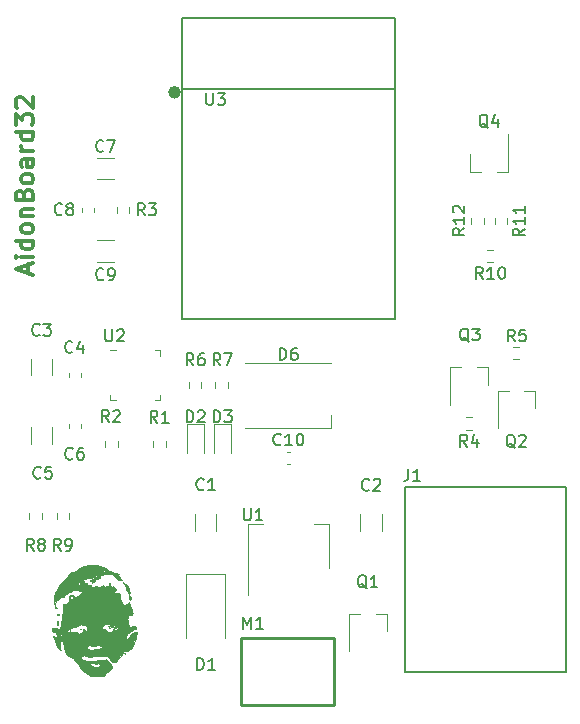
<source format=gbr>
%TF.GenerationSoftware,KiCad,Pcbnew,(5.1.9)-1*%
%TF.CreationDate,2021-04-30T15:53:42+02:00*%
%TF.ProjectId,AidonBoard32,4169646f-6e42-46f6-9172-6433322e6b69,2*%
%TF.SameCoordinates,Original*%
%TF.FileFunction,Legend,Top*%
%TF.FilePolarity,Positive*%
%FSLAX46Y46*%
G04 Gerber Fmt 4.6, Leading zero omitted, Abs format (unit mm)*
G04 Created by KiCad (PCBNEW (5.1.9)-1) date 2021-04-30 15:53:42*
%MOMM*%
%LPD*%
G01*
G04 APERTURE LIST*
%ADD10C,0.300000*%
%ADD11C,0.127000*%
%ADD12C,0.120000*%
%ADD13C,0.010000*%
%ADD14C,0.500000*%
%ADD15C,0.150000*%
%ADD16C,0.250000*%
G04 APERTURE END LIST*
D10*
X80977133Y-54838796D02*
X80977133Y-54124510D01*
X81405704Y-54981653D02*
X79905704Y-54481653D01*
X81405704Y-53981653D01*
X81405704Y-53481653D02*
X80405704Y-53481653D01*
X79905704Y-53481653D02*
X79977133Y-53553082D01*
X80048561Y-53481653D01*
X79977133Y-53410225D01*
X79905704Y-53481653D01*
X80048561Y-53481653D01*
X81405704Y-52124510D02*
X79905704Y-52124510D01*
X81334275Y-52124510D02*
X81405704Y-52267367D01*
X81405704Y-52553082D01*
X81334275Y-52695939D01*
X81262847Y-52767367D01*
X81119990Y-52838796D01*
X80691418Y-52838796D01*
X80548561Y-52767367D01*
X80477133Y-52695939D01*
X80405704Y-52553082D01*
X80405704Y-52267367D01*
X80477133Y-52124510D01*
X81405704Y-51195939D02*
X81334275Y-51338796D01*
X81262847Y-51410225D01*
X81119990Y-51481653D01*
X80691418Y-51481653D01*
X80548561Y-51410225D01*
X80477133Y-51338796D01*
X80405704Y-51195939D01*
X80405704Y-50981653D01*
X80477133Y-50838796D01*
X80548561Y-50767367D01*
X80691418Y-50695939D01*
X81119990Y-50695939D01*
X81262847Y-50767367D01*
X81334275Y-50838796D01*
X81405704Y-50981653D01*
X81405704Y-51195939D01*
X80405704Y-50053082D02*
X81405704Y-50053082D01*
X80548561Y-50053082D02*
X80477133Y-49981653D01*
X80405704Y-49838796D01*
X80405704Y-49624510D01*
X80477133Y-49481653D01*
X80619990Y-49410225D01*
X81405704Y-49410225D01*
X80619990Y-48195939D02*
X80691418Y-47981653D01*
X80762847Y-47910225D01*
X80905704Y-47838796D01*
X81119990Y-47838796D01*
X81262847Y-47910225D01*
X81334275Y-47981653D01*
X81405704Y-48124510D01*
X81405704Y-48695939D01*
X79905704Y-48695939D01*
X79905704Y-48195939D01*
X79977133Y-48053082D01*
X80048561Y-47981653D01*
X80191418Y-47910225D01*
X80334275Y-47910225D01*
X80477133Y-47981653D01*
X80548561Y-48053082D01*
X80619990Y-48195939D01*
X80619990Y-48695939D01*
X81405704Y-46981653D02*
X81334275Y-47124510D01*
X81262847Y-47195939D01*
X81119990Y-47267367D01*
X80691418Y-47267367D01*
X80548561Y-47195939D01*
X80477133Y-47124510D01*
X80405704Y-46981653D01*
X80405704Y-46767367D01*
X80477133Y-46624510D01*
X80548561Y-46553082D01*
X80691418Y-46481653D01*
X81119990Y-46481653D01*
X81262847Y-46553082D01*
X81334275Y-46624510D01*
X81405704Y-46767367D01*
X81405704Y-46981653D01*
X81405704Y-45195939D02*
X80619990Y-45195939D01*
X80477133Y-45267367D01*
X80405704Y-45410225D01*
X80405704Y-45695939D01*
X80477133Y-45838796D01*
X81334275Y-45195939D02*
X81405704Y-45338796D01*
X81405704Y-45695939D01*
X81334275Y-45838796D01*
X81191418Y-45910225D01*
X81048561Y-45910225D01*
X80905704Y-45838796D01*
X80834275Y-45695939D01*
X80834275Y-45338796D01*
X80762847Y-45195939D01*
X81405704Y-44481653D02*
X80405704Y-44481653D01*
X80691418Y-44481653D02*
X80548561Y-44410225D01*
X80477133Y-44338796D01*
X80405704Y-44195939D01*
X80405704Y-44053082D01*
X81405704Y-42910225D02*
X79905704Y-42910225D01*
X81334275Y-42910225D02*
X81405704Y-43053082D01*
X81405704Y-43338796D01*
X81334275Y-43481653D01*
X81262847Y-43553082D01*
X81119990Y-43624510D01*
X80691418Y-43624510D01*
X80548561Y-43553082D01*
X80477133Y-43481653D01*
X80405704Y-43338796D01*
X80405704Y-43053082D01*
X80477133Y-42910225D01*
X79905704Y-42338796D02*
X79905704Y-41410225D01*
X80477133Y-41910225D01*
X80477133Y-41695939D01*
X80548561Y-41553082D01*
X80619990Y-41481653D01*
X80762847Y-41410225D01*
X81119990Y-41410225D01*
X81262847Y-41481653D01*
X81334275Y-41553082D01*
X81405704Y-41695939D01*
X81405704Y-42124510D01*
X81334275Y-42267367D01*
X81262847Y-42338796D01*
X80048561Y-40838796D02*
X79977133Y-40767367D01*
X79905704Y-40624510D01*
X79905704Y-40267367D01*
X79977133Y-40124510D01*
X80048561Y-40053082D01*
X80191418Y-39981653D01*
X80334275Y-39981653D01*
X80548561Y-40053082D01*
X81405704Y-40910225D01*
X81405704Y-39981653D01*
D11*
%TO.C,J1*%
X112880000Y-72970000D02*
X126470000Y-72970000D01*
X126470000Y-88600000D02*
X112880000Y-88600000D01*
X126470000Y-72970000D02*
X126470000Y-88600000D01*
X112880000Y-88600000D02*
X112880000Y-72970000D01*
D12*
%TO.C,R12*%
X119522500Y-50704724D02*
X119522500Y-50195276D01*
X118477500Y-50704724D02*
X118477500Y-50195276D01*
%TO.C,D6*%
X99350000Y-62500000D02*
X106650000Y-62500000D01*
X99350000Y-68000000D02*
X106650000Y-68000000D01*
X106650000Y-68000000D02*
X106650000Y-66850000D01*
%TO.C,D5*%
X88537400Y-85602400D02*
X88537400Y-83142400D01*
X88537400Y-83142400D02*
X87067400Y-83142400D01*
X87067400Y-83142400D02*
X87067400Y-85602400D01*
D13*
%TO.C,G1*%
G36*
X87988368Y-84702233D02*
G01*
X88123948Y-84737117D01*
X88256757Y-84789419D01*
X88368248Y-84855560D01*
X88371193Y-84857815D01*
X88423474Y-84907383D01*
X88409102Y-84922365D01*
X88331299Y-84903178D01*
X88193291Y-84850239D01*
X88141230Y-84828098D01*
X88010039Y-84780724D01*
X87895171Y-84755302D01*
X87838384Y-84755054D01*
X87770830Y-84756978D01*
X87750461Y-84737924D01*
X87783077Y-84699055D01*
X87868562Y-84688352D01*
X87988368Y-84702233D01*
G37*
X87988368Y-84702233D02*
X88123948Y-84737117D01*
X88256757Y-84789419D01*
X88368248Y-84855560D01*
X88371193Y-84857815D01*
X88423474Y-84907383D01*
X88409102Y-84922365D01*
X88331299Y-84903178D01*
X88193291Y-84850239D01*
X88141230Y-84828098D01*
X88010039Y-84780724D01*
X87895171Y-84755302D01*
X87838384Y-84755054D01*
X87770830Y-84756978D01*
X87750461Y-84737924D01*
X87783077Y-84699055D01*
X87868562Y-84688352D01*
X87988368Y-84702233D01*
G36*
X87866556Y-84881429D02*
G01*
X87867692Y-84890769D01*
X87837955Y-84928711D01*
X87828615Y-84929846D01*
X87790674Y-84900110D01*
X87789538Y-84890769D01*
X87819275Y-84852828D01*
X87828615Y-84851692D01*
X87866556Y-84881429D01*
G37*
X87866556Y-84881429D02*
X87867692Y-84890769D01*
X87837955Y-84928711D01*
X87828615Y-84929846D01*
X87790674Y-84900110D01*
X87789538Y-84890769D01*
X87819275Y-84852828D01*
X87828615Y-84851692D01*
X87866556Y-84881429D01*
G36*
X85431897Y-84981949D02*
G01*
X85426533Y-85005180D01*
X85405846Y-85008000D01*
X85373681Y-84993702D01*
X85379795Y-84981949D01*
X85426170Y-84977272D01*
X85431897Y-84981949D01*
G37*
X85431897Y-84981949D02*
X85426533Y-85005180D01*
X85405846Y-85008000D01*
X85373681Y-84993702D01*
X85379795Y-84981949D01*
X85426170Y-84977272D01*
X85431897Y-84981949D01*
G36*
X89107889Y-81056533D02*
G01*
X89200791Y-81148669D01*
X89299245Y-81282059D01*
X89393846Y-81440199D01*
X89475190Y-81606586D01*
X89533871Y-81764718D01*
X89560485Y-81898091D01*
X89558844Y-81950231D01*
X89532444Y-82048937D01*
X89499494Y-82070262D01*
X89465404Y-82014058D01*
X89448823Y-81953240D01*
X89419800Y-81865198D01*
X89364559Y-81730443D01*
X89292705Y-81569397D01*
X89213841Y-81402485D01*
X89137572Y-81250126D01*
X89073501Y-81132745D01*
X89036589Y-81076660D01*
X89015337Y-81031434D01*
X89029945Y-81022154D01*
X89107889Y-81056533D01*
G37*
X89107889Y-81056533D02*
X89200791Y-81148669D01*
X89299245Y-81282059D01*
X89393846Y-81440199D01*
X89475190Y-81606586D01*
X89533871Y-81764718D01*
X89560485Y-81898091D01*
X89558844Y-81950231D01*
X89532444Y-82048937D01*
X89499494Y-82070262D01*
X89465404Y-82014058D01*
X89448823Y-81953240D01*
X89419800Y-81865198D01*
X89364559Y-81730443D01*
X89292705Y-81569397D01*
X89213841Y-81402485D01*
X89137572Y-81250126D01*
X89073501Y-81132745D01*
X89036589Y-81076660D01*
X89015337Y-81031434D01*
X89029945Y-81022154D01*
X89107889Y-81056533D01*
G36*
X89583513Y-82233539D02*
G01*
X89648511Y-82372481D01*
X89656980Y-82471461D01*
X89609971Y-82543362D01*
X89608821Y-82544323D01*
X89564278Y-82568207D01*
X89552820Y-82524475D01*
X89552822Y-82519800D01*
X89547898Y-82437922D01*
X89535059Y-82318043D01*
X89529152Y-82272616D01*
X89505071Y-82096769D01*
X89583513Y-82233539D01*
G37*
X89583513Y-82233539D02*
X89648511Y-82372481D01*
X89656980Y-82471461D01*
X89609971Y-82543362D01*
X89608821Y-82544323D01*
X89564278Y-82568207D01*
X89552820Y-82524475D01*
X89552822Y-82519800D01*
X89547898Y-82437922D01*
X89535059Y-82318043D01*
X89529152Y-82272616D01*
X89505071Y-82096769D01*
X89583513Y-82233539D01*
G36*
X83315230Y-83093231D02*
G01*
X83361224Y-83154993D01*
X83372499Y-83217221D01*
X83344393Y-83249188D01*
X83338950Y-83249539D01*
X83296670Y-83218308D01*
X83280334Y-83187727D01*
X83256900Y-83099675D01*
X83273996Y-83070558D01*
X83315230Y-83093231D01*
G37*
X83315230Y-83093231D02*
X83361224Y-83154993D01*
X83372499Y-83217221D01*
X83344393Y-83249188D01*
X83338950Y-83249539D01*
X83296670Y-83218308D01*
X83280334Y-83187727D01*
X83256900Y-83099675D01*
X83273996Y-83070558D01*
X83315230Y-83093231D01*
G36*
X83484612Y-83705449D02*
G01*
X83548823Y-83745137D01*
X83546171Y-83795217D01*
X83482986Y-83827842D01*
X83420263Y-83806861D01*
X83397381Y-83773402D01*
X83382092Y-83708651D01*
X83415681Y-83691814D01*
X83484612Y-83705449D01*
G37*
X83484612Y-83705449D02*
X83548823Y-83745137D01*
X83546171Y-83795217D01*
X83482986Y-83827842D01*
X83420263Y-83806861D01*
X83397381Y-83773402D01*
X83382092Y-83708651D01*
X83415681Y-83691814D01*
X83484612Y-83705449D01*
G36*
X83482387Y-84298035D02*
G01*
X83491610Y-84351155D01*
X83502769Y-84466656D01*
X83515706Y-84529308D01*
X83518910Y-84599418D01*
X83495634Y-84617231D01*
X83450927Y-84610214D01*
X83448035Y-84607462D01*
X83434315Y-84535637D01*
X83430686Y-84435969D01*
X83436505Y-84341851D01*
X83451127Y-84286675D01*
X83454276Y-84283670D01*
X83482387Y-84298035D01*
G37*
X83482387Y-84298035D02*
X83491610Y-84351155D01*
X83502769Y-84466656D01*
X83515706Y-84529308D01*
X83518910Y-84599418D01*
X83495634Y-84617231D01*
X83450927Y-84610214D01*
X83448035Y-84607462D01*
X83434315Y-84535637D01*
X83430686Y-84435969D01*
X83436505Y-84341851D01*
X83451127Y-84286675D01*
X83454276Y-84283670D01*
X83482387Y-84298035D01*
G36*
X89157230Y-87059539D02*
G01*
X89137692Y-87079077D01*
X89118154Y-87059539D01*
X89137692Y-87040000D01*
X89157230Y-87059539D01*
G37*
X89157230Y-87059539D02*
X89137692Y-87079077D01*
X89118154Y-87059539D01*
X89137692Y-87040000D01*
X89157230Y-87059539D01*
G36*
X86790817Y-79611107D02*
G01*
X87088457Y-79664786D01*
X87340236Y-79749932D01*
X87532675Y-79864948D01*
X87533172Y-79865355D01*
X87666265Y-79959871D01*
X87811698Y-80042207D01*
X87871976Y-80069077D01*
X87982674Y-80114243D01*
X88063761Y-80151174D01*
X88082615Y-80161608D01*
X88148673Y-80190003D01*
X88265355Y-80227527D01*
X88406946Y-80266547D01*
X88545217Y-80298909D01*
X88618615Y-80322568D01*
X88625258Y-80356243D01*
X88611705Y-80375516D01*
X88589995Y-80433532D01*
X88606177Y-80453081D01*
X88648873Y-80497269D01*
X88715715Y-80584139D01*
X88760806Y-80648605D01*
X88876541Y-80820092D01*
X88778286Y-80844752D01*
X88705130Y-80850862D01*
X88626643Y-80826899D01*
X88531055Y-80765457D01*
X88406595Y-80659129D01*
X88259595Y-80518372D01*
X88141902Y-80405878D01*
X88057710Y-80338949D01*
X87986795Y-80306390D01*
X87908934Y-80297007D01*
X87860647Y-80297520D01*
X87746151Y-80306376D01*
X87663463Y-80322514D01*
X87648342Y-80328968D01*
X87588013Y-80346467D01*
X87477430Y-80363792D01*
X87382332Y-80373543D01*
X87205659Y-80399950D01*
X87097638Y-80447206D01*
X87050578Y-80519431D01*
X87047077Y-80553231D01*
X87013014Y-80644421D01*
X86908644Y-80709562D01*
X86841271Y-80730280D01*
X86743970Y-80780864D01*
X86656086Y-80866254D01*
X86652794Y-80870781D01*
X86561960Y-80968551D01*
X86458571Y-81042909D01*
X86382207Y-81079756D01*
X86360381Y-81072853D01*
X86378270Y-81014467D01*
X86382531Y-81003242D01*
X86401445Y-80932178D01*
X86369542Y-80907447D01*
X86314813Y-80904923D01*
X86243109Y-80900794D01*
X86240394Y-80877121D01*
X86277962Y-80836539D01*
X86364425Y-80774816D01*
X86469591Y-80726385D01*
X86559411Y-80683241D01*
X86609208Y-80635490D01*
X86610246Y-80632800D01*
X86601541Y-80606740D01*
X86547535Y-80597681D01*
X86440741Y-80606251D01*
X86273673Y-80633077D01*
X86038843Y-80678786D01*
X86023394Y-80681946D01*
X85823694Y-80732612D01*
X85699157Y-80789281D01*
X85646831Y-80855472D01*
X85663763Y-80934700D01*
X85737941Y-81022099D01*
X85800646Y-81087709D01*
X85809677Y-81132253D01*
X85770957Y-81185224D01*
X85770745Y-81185458D01*
X85729607Y-81247505D01*
X85728604Y-81279784D01*
X85762747Y-81267281D01*
X85814479Y-81205981D01*
X85817525Y-81201391D01*
X85888051Y-81123717D01*
X85949888Y-81104298D01*
X85987312Y-81144741D01*
X85992000Y-81183575D01*
X86001627Y-81237794D01*
X86045319Y-81253934D01*
X86128769Y-81244647D01*
X86221243Y-81236189D01*
X86259617Y-81256930D01*
X86265538Y-81293968D01*
X86298863Y-81365315D01*
X86385968Y-81405626D01*
X86507546Y-81411549D01*
X86644291Y-81379732D01*
X86678288Y-81365623D01*
X86759451Y-81338743D01*
X86809629Y-81359455D01*
X86830962Y-81385147D01*
X86920645Y-81448352D01*
X87040725Y-81449100D01*
X87175249Y-81387858D01*
X87194120Y-81374517D01*
X87319975Y-81281468D01*
X87415095Y-81370828D01*
X87502004Y-81427910D01*
X87566528Y-81424846D01*
X87593996Y-81362880D01*
X87594154Y-81355660D01*
X87623763Y-81319035D01*
X87662944Y-81320998D01*
X87723460Y-81309032D01*
X87772664Y-81230015D01*
X87778252Y-81215750D01*
X87829460Y-81128331D01*
X87880860Y-81115170D01*
X87921304Y-81173198D01*
X87937582Y-81259625D01*
X87953365Y-81395432D01*
X87975777Y-81462643D01*
X88011234Y-81470815D01*
X88057199Y-81437781D01*
X88152845Y-81380584D01*
X88236809Y-81397383D01*
X88314847Y-81490014D01*
X88334672Y-81526345D01*
X88412471Y-81678843D01*
X88330438Y-81783132D01*
X88279786Y-81873347D01*
X88296775Y-81932339D01*
X88383539Y-81962076D01*
X88528004Y-81965234D01*
X88642013Y-81965157D01*
X88711012Y-81987799D01*
X88746439Y-82048262D01*
X88759733Y-82161648D01*
X88761947Y-82274111D01*
X88776468Y-82428891D01*
X88823598Y-82580557D01*
X88912410Y-82755768D01*
X88944173Y-82809676D01*
X89013887Y-82898985D01*
X89096487Y-82933506D01*
X89149237Y-82936676D01*
X89256274Y-82912182D01*
X89362638Y-82851000D01*
X89442354Y-82772147D01*
X89469846Y-82701932D01*
X89480232Y-82663799D01*
X89503320Y-82681165D01*
X89527001Y-82735417D01*
X89539169Y-82807942D01*
X89539187Y-82808530D01*
X89556626Y-82899158D01*
X89599222Y-83030964D01*
X89656031Y-83171385D01*
X89738574Y-83365494D01*
X89786759Y-83507567D01*
X89804258Y-83613848D01*
X89794741Y-83700578D01*
X89783492Y-83735288D01*
X89730343Y-83806983D01*
X89658268Y-83836545D01*
X89595156Y-83817053D01*
X89575712Y-83786846D01*
X89541547Y-83772796D01*
X89472703Y-83826780D01*
X89466359Y-83833310D01*
X89407445Y-83914537D01*
X89381405Y-84015766D01*
X89377774Y-84128634D01*
X89390375Y-84283224D01*
X89418638Y-84435280D01*
X89432275Y-84482708D01*
X89464081Y-84603794D01*
X89477581Y-84708791D01*
X89477191Y-84726044D01*
X89498010Y-84810393D01*
X89567276Y-84843011D01*
X89670783Y-84818886D01*
X89698894Y-84804240D01*
X89856193Y-84730529D01*
X89972221Y-84716673D01*
X90055600Y-84762369D01*
X90077714Y-84790913D01*
X90117885Y-84887898D01*
X90094317Y-84950117D01*
X90023549Y-84968923D01*
X89962437Y-84990936D01*
X89858783Y-85049480D01*
X89731897Y-85133313D01*
X89691481Y-85162229D01*
X89564168Y-85248662D01*
X89456663Y-85310040D01*
X89386899Y-85336519D01*
X89375124Y-85335887D01*
X89338066Y-85358234D01*
X89298294Y-85436187D01*
X89263227Y-85547854D01*
X89240283Y-85671345D01*
X89235384Y-85748227D01*
X89259191Y-85809312D01*
X89320736Y-85819979D01*
X89405204Y-85787657D01*
X89497780Y-85719776D01*
X89583648Y-85623763D01*
X89628072Y-85551316D01*
X89716042Y-85426655D01*
X89841121Y-85340347D01*
X90020690Y-85281640D01*
X90085833Y-85268170D01*
X90171257Y-85256454D01*
X90199213Y-85276847D01*
X90188581Y-85344753D01*
X90187098Y-85350795D01*
X90141607Y-85515660D01*
X90079246Y-85715040D01*
X90006728Y-85930103D01*
X89930767Y-86142014D01*
X89858075Y-86331942D01*
X89795365Y-86481053D01*
X89756400Y-86559144D01*
X89624481Y-86720709D01*
X89458792Y-86825529D01*
X89275622Y-86864868D01*
X89196307Y-86859594D01*
X89106921Y-86852459D01*
X89050870Y-86878034D01*
X88999955Y-86953174D01*
X88981384Y-86988058D01*
X88770504Y-87334216D01*
X88531407Y-87623787D01*
X88495854Y-87659344D01*
X88392432Y-87754144D01*
X88317159Y-87801867D01*
X88246441Y-87814003D01*
X88190519Y-87808056D01*
X88044324Y-87745776D01*
X87923943Y-87614167D01*
X87868750Y-87508718D01*
X87817011Y-87434020D01*
X87734169Y-87354372D01*
X87645076Y-87289879D01*
X87574582Y-87260648D01*
X87562828Y-87261195D01*
X87516567Y-87264678D01*
X87405584Y-87270381D01*
X87243257Y-87277696D01*
X87042966Y-87286011D01*
X86871230Y-87292715D01*
X86645493Y-87302294D01*
X86442319Y-87312782D01*
X86276625Y-87323265D01*
X86163332Y-87332827D01*
X86122472Y-87338654D01*
X86037821Y-87335559D01*
X85919620Y-87304098D01*
X85860369Y-87280760D01*
X85687383Y-87227833D01*
X85553023Y-87237223D01*
X85461855Y-87308019D01*
X85434005Y-87365829D01*
X85424800Y-87481423D01*
X85477622Y-87559753D01*
X85577782Y-87587077D01*
X85673092Y-87609247D01*
X85753178Y-87650944D01*
X85861828Y-87692032D01*
X86034905Y-87713091D01*
X86261138Y-87713537D01*
X86529257Y-87692785D01*
X86539077Y-87691689D01*
X86681292Y-87675903D01*
X86866547Y-87655683D01*
X87060158Y-87634808D01*
X87105692Y-87629941D01*
X87272897Y-87610328D01*
X87417901Y-87590112D01*
X87517553Y-87572641D01*
X87539597Y-87567152D01*
X87599897Y-87565443D01*
X87663459Y-87607774D01*
X87747586Y-87705891D01*
X87751525Y-87711013D01*
X87833317Y-87813801D01*
X87901951Y-87893396D01*
X87929041Y-87920584D01*
X87975095Y-87982244D01*
X88025494Y-88080555D01*
X88032191Y-88096430D01*
X88062385Y-88208157D01*
X88046784Y-88305745D01*
X87977915Y-88404204D01*
X87848308Y-88518543D01*
X87805809Y-88551165D01*
X87663244Y-88662250D01*
X87513060Y-88784684D01*
X87442113Y-88844916D01*
X87270535Y-88993846D01*
X86796765Y-88993846D01*
X86585454Y-88991992D01*
X86434212Y-88984863D01*
X86325011Y-88970112D01*
X86239821Y-88945393D01*
X86167267Y-88911888D01*
X85970609Y-88794512D01*
X85777480Y-88654610D01*
X85599617Y-88503418D01*
X85448757Y-88352171D01*
X85336637Y-88212104D01*
X85274993Y-88094451D01*
X85266792Y-88049915D01*
X85231283Y-87946807D01*
X86198300Y-87946807D01*
X86224171Y-88009068D01*
X86298722Y-88072500D01*
X86408158Y-88129173D01*
X86538678Y-88171159D01*
X86676488Y-88190526D01*
X86748559Y-88188837D01*
X86877310Y-88170404D01*
X86982619Y-88144086D01*
X87012329Y-88131837D01*
X87074420Y-88066273D01*
X87078321Y-87987794D01*
X87025190Y-87926698D01*
X87004140Y-87918006D01*
X86914286Y-87907283D01*
X86790989Y-87912505D01*
X86753605Y-87917247D01*
X86633479Y-87925166D01*
X86565500Y-87907947D01*
X86559774Y-87901567D01*
X86504467Y-87873008D01*
X86407734Y-87862229D01*
X86304445Y-87870079D01*
X86234907Y-87893646D01*
X86198300Y-87946807D01*
X85231283Y-87946807D01*
X85228524Y-87938796D01*
X85130008Y-87837625D01*
X85002831Y-87769851D01*
X84955458Y-87732077D01*
X84956461Y-87704308D01*
X84948069Y-87659498D01*
X84919169Y-87640970D01*
X84871024Y-87591669D01*
X84867846Y-87559261D01*
X84839341Y-87506136D01*
X84741486Y-87449769D01*
X84709233Y-87436707D01*
X84565008Y-87365775D01*
X84420472Y-87268062D01*
X84288318Y-87156023D01*
X84181242Y-87042114D01*
X84111937Y-86938790D01*
X84093100Y-86858505D01*
X84100161Y-86839127D01*
X84094973Y-86807104D01*
X84085177Y-86805539D01*
X84065269Y-86769710D01*
X84045442Y-86675038D01*
X84030777Y-86551275D01*
X85930555Y-86551275D01*
X85940409Y-86634476D01*
X86024715Y-86697469D01*
X86070629Y-86715410D01*
X86293487Y-86760718D01*
X86500044Y-86743365D01*
X86565840Y-86721859D01*
X86661378Y-86695565D01*
X86803117Y-86670600D01*
X86949384Y-86653475D01*
X87095324Y-86637820D01*
X87180071Y-86618479D01*
X87220550Y-86589365D01*
X87232902Y-86551539D01*
X87212944Y-86481384D01*
X87126890Y-86416622D01*
X87104296Y-86405000D01*
X86957298Y-86350238D01*
X86818381Y-86345764D01*
X86654865Y-86389479D01*
X86539473Y-86418604D01*
X86442627Y-86405546D01*
X86400865Y-86389526D01*
X86230146Y-86341131D01*
X86095533Y-86359253D01*
X85993349Y-86441467D01*
X85930555Y-86551275D01*
X84030777Y-86551275D01*
X84029528Y-86540743D01*
X84027613Y-86517014D01*
X84001856Y-86316639D01*
X83960336Y-86156174D01*
X83907517Y-86046572D01*
X83847864Y-85998786D01*
X83817393Y-86001294D01*
X83725565Y-86022248D01*
X83697783Y-86024000D01*
X83667707Y-86035074D01*
X83652409Y-86078306D01*
X83649958Y-86168711D01*
X83658421Y-86321305D01*
X83658812Y-86326846D01*
X83672807Y-86486665D01*
X83689797Y-86627193D01*
X83706368Y-86720703D01*
X83708149Y-86727385D01*
X83716551Y-86773482D01*
X83697865Y-86777017D01*
X83642569Y-86733292D01*
X83556822Y-86652720D01*
X83439504Y-86524745D01*
X83370491Y-86404065D01*
X83336429Y-86288258D01*
X83302531Y-86156782D01*
X83264213Y-86045367D01*
X83248329Y-86011230D01*
X83207508Y-85923433D01*
X83158398Y-85799404D01*
X83137335Y-85740692D01*
X83102585Y-85626931D01*
X83099096Y-85569885D01*
X83123544Y-85555077D01*
X83187522Y-85581562D01*
X83198000Y-85594154D01*
X83249394Y-85625036D01*
X83326053Y-85631820D01*
X83392018Y-85615676D01*
X83412923Y-85587159D01*
X83394957Y-85484089D01*
X83384745Y-85460227D01*
X83640543Y-85460227D01*
X83640851Y-85535820D01*
X83651544Y-85562850D01*
X83708269Y-85618759D01*
X83763839Y-85604680D01*
X83794147Y-85532478D01*
X83782838Y-85438409D01*
X83764096Y-85398769D01*
X83731350Y-85379231D01*
X83803692Y-85379231D01*
X83823230Y-85398769D01*
X83842769Y-85379231D01*
X83823230Y-85359692D01*
X83803692Y-85379231D01*
X83731350Y-85379231D01*
X83716711Y-85370497D01*
X83670678Y-85398051D01*
X83640543Y-85460227D01*
X83384745Y-85460227D01*
X83350744Y-85380785D01*
X83294809Y-85304597D01*
X83250604Y-85281539D01*
X83172370Y-85266735D01*
X83065380Y-85231789D01*
X82971081Y-85190893D01*
X82949874Y-85178552D01*
X82951967Y-85139720D01*
X82958169Y-85116173D01*
X84272795Y-85116173D01*
X84287890Y-85183213D01*
X84343224Y-85222554D01*
X84449599Y-85248099D01*
X84590399Y-85262416D01*
X84735382Y-85264633D01*
X84854307Y-85253877D01*
X84904768Y-85238757D01*
X84977567Y-85219446D01*
X85049459Y-85257386D01*
X85067610Y-85273217D01*
X85191726Y-85364523D01*
X85300832Y-85390335D01*
X85414668Y-85355164D01*
X85418184Y-85353309D01*
X85537616Y-85260316D01*
X85583009Y-85146249D01*
X85577879Y-85076385D01*
X85575228Y-84992417D01*
X85612755Y-84973273D01*
X85687360Y-85018699D01*
X85762548Y-85091517D01*
X85833812Y-85162776D01*
X85878953Y-85198429D01*
X85885688Y-85198979D01*
X85951319Y-85076236D01*
X85983376Y-84991212D01*
X85985904Y-84969400D01*
X87245760Y-84969400D01*
X87271555Y-84999053D01*
X87348392Y-84991622D01*
X87371039Y-84987420D01*
X87462160Y-84976469D01*
X87505333Y-85001589D01*
X87528390Y-85079742D01*
X87529209Y-85083815D01*
X87586529Y-85194853D01*
X87694406Y-85261672D01*
X87835504Y-85278763D01*
X87992484Y-85240614D01*
X88005078Y-85235071D01*
X88099335Y-85151865D01*
X88130193Y-85072955D01*
X88149630Y-84997212D01*
X88172649Y-84989494D01*
X88203895Y-85026468D01*
X88275007Y-85075947D01*
X88354156Y-85070609D01*
X88428277Y-85039238D01*
X88453846Y-85007256D01*
X88486703Y-84976482D01*
X88534865Y-84968923D01*
X88599785Y-84950990D01*
X88602956Y-84903599D01*
X88550314Y-84836363D01*
X88447799Y-84758894D01*
X88381183Y-84720125D01*
X88241640Y-84655338D01*
X88100020Y-84615965D01*
X87923686Y-84593895D01*
X87854022Y-84589128D01*
X87690126Y-84581759D01*
X87580247Y-84585914D01*
X87500623Y-84605467D01*
X87427493Y-84644290D01*
X87398769Y-84663328D01*
X87297034Y-84753691D01*
X87253343Y-84856598D01*
X87249585Y-84884514D01*
X87245760Y-84969400D01*
X85985904Y-84969400D01*
X85991997Y-84916843D01*
X85992000Y-84915167D01*
X85959777Y-84786006D01*
X85861392Y-84691859D01*
X85694272Y-84630620D01*
X85628546Y-84618060D01*
X85466812Y-84603615D01*
X85331906Y-84612916D01*
X85240856Y-84643148D01*
X85210461Y-84687191D01*
X85176239Y-84714748D01*
X85086121Y-84756584D01*
X84958932Y-84804064D01*
X84946692Y-84808191D01*
X84804730Y-84857508D01*
X84685684Y-84902177D01*
X84615233Y-84932560D01*
X84615068Y-84932648D01*
X84530232Y-84963758D01*
X84492535Y-84968923D01*
X84385601Y-84991220D01*
X84308860Y-85046239D01*
X84272795Y-85116173D01*
X82958169Y-85116173D01*
X82974330Y-85054827D01*
X82982212Y-85030157D01*
X83019657Y-84939522D01*
X83070761Y-84900049D01*
X83165644Y-84890835D01*
X83183048Y-84890769D01*
X83320916Y-84909729D01*
X83464882Y-84956580D01*
X83491487Y-84969133D01*
X83587547Y-85012372D01*
X83626034Y-85013144D01*
X83624359Y-84993465D01*
X83629785Y-84927367D01*
X83669469Y-84832363D01*
X83682095Y-84810401D01*
X83727927Y-84720301D01*
X83743505Y-84658125D01*
X83741302Y-84650201D01*
X83738065Y-84595486D01*
X83754163Y-84498836D01*
X83760885Y-84471594D01*
X83782051Y-84358907D01*
X83801264Y-84200844D01*
X83814600Y-84030155D01*
X83815265Y-84017543D01*
X83827226Y-83869658D01*
X83844946Y-83753631D01*
X83854212Y-83724390D01*
X89016797Y-83724390D01*
X89022079Y-83779097D01*
X89061037Y-83822082D01*
X89143912Y-83868696D01*
X89185732Y-83862342D01*
X89180950Y-83812958D01*
X89159864Y-83738510D01*
X89157230Y-83715266D01*
X89129217Y-83683205D01*
X89070469Y-83685991D01*
X89018923Y-83721159D01*
X89016797Y-83724390D01*
X83854212Y-83724390D01*
X83865028Y-83690262D01*
X83869520Y-83685390D01*
X83911170Y-83629830D01*
X83932309Y-83552509D01*
X83926110Y-83489241D01*
X83909856Y-83473798D01*
X83889221Y-83435815D01*
X83903453Y-83403540D01*
X83922725Y-83335724D01*
X83935918Y-83218538D01*
X83939679Y-83112840D01*
X83940461Y-82878450D01*
X84060078Y-82878379D01*
X84155947Y-82859184D01*
X84249947Y-82792387D01*
X84314078Y-82724785D01*
X84461099Y-82596370D01*
X84681504Y-82464227D01*
X84800154Y-82405494D01*
X85044490Y-82283792D01*
X85228780Y-82175175D01*
X85367614Y-82069548D01*
X85475583Y-81956814D01*
X85506761Y-81916554D01*
X85577958Y-81809563D01*
X85592516Y-81750257D01*
X85547896Y-81729917D01*
X85454692Y-81737775D01*
X85326834Y-81740822D01*
X85174565Y-81722658D01*
X85112769Y-81709064D01*
X84929386Y-81682475D01*
X84783723Y-81713718D01*
X84670362Y-81793467D01*
X84592903Y-81831776D01*
X84518445Y-81842769D01*
X84439612Y-81866138D01*
X84330940Y-81926222D01*
X84212593Y-82007984D01*
X84104735Y-82096389D01*
X84027530Y-82176403D01*
X84000925Y-82228654D01*
X83974073Y-82264299D01*
X83889810Y-82260515D01*
X83885254Y-82259620D01*
X83770729Y-82261939D01*
X83723563Y-82294534D01*
X83656273Y-82350360D01*
X83557129Y-82408395D01*
X83548409Y-82412613D01*
X83437332Y-82500976D01*
X83333763Y-82648561D01*
X83250303Y-82836601D01*
X83237844Y-82875073D01*
X83208077Y-82927421D01*
X83176716Y-82911811D01*
X83148592Y-82838176D01*
X83128535Y-82716448D01*
X83122956Y-82638809D01*
X83129661Y-82456585D01*
X83160332Y-82252850D01*
X83208916Y-82052645D01*
X83269359Y-81881006D01*
X83334292Y-81764616D01*
X83395598Y-81674729D01*
X83470347Y-81547824D01*
X83518443Y-81457776D01*
X83599788Y-81322136D01*
X83693506Y-81200018D01*
X83748171Y-81145161D01*
X83768470Y-81125371D01*
X85172828Y-81125371D01*
X85186391Y-81200283D01*
X85237673Y-81248894D01*
X85308367Y-81249734D01*
X85346120Y-81219336D01*
X85359186Y-81147186D01*
X85337591Y-81064485D01*
X85294211Y-81003466D01*
X85255029Y-80991340D01*
X85195366Y-81037246D01*
X85172828Y-81125371D01*
X83768470Y-81125371D01*
X83865952Y-81030338D01*
X84016930Y-80857483D01*
X84193770Y-80635388D01*
X84315266Y-80472675D01*
X86638253Y-80472675D01*
X86648055Y-80515306D01*
X86700097Y-80556064D01*
X86761063Y-80573103D01*
X86782473Y-80567247D01*
X86810085Y-80516394D01*
X86812615Y-80492309D01*
X86781997Y-80449778D01*
X86715807Y-80436524D01*
X86652538Y-80456880D01*
X86638253Y-80472675D01*
X84315266Y-80472675D01*
X84366847Y-80403596D01*
X84492339Y-80253177D01*
X84569472Y-80196168D01*
X86311040Y-80196168D01*
X86328648Y-80222601D01*
X86405195Y-80218446D01*
X86408252Y-80217736D01*
X86501589Y-80187719D01*
X86556010Y-80158068D01*
X86578651Y-80114728D01*
X86540955Y-80095087D01*
X86458732Y-80105238D01*
X86436500Y-80111987D01*
X86348336Y-80154260D01*
X86311040Y-80196168D01*
X84569472Y-80196168D01*
X84611691Y-80164964D01*
X84743801Y-80127129D01*
X84814585Y-80123385D01*
X84894852Y-80105221D01*
X85004073Y-80059115D01*
X85085308Y-80015923D01*
X87095727Y-80015923D01*
X87142813Y-80058429D01*
X87206445Y-80077847D01*
X87295098Y-80101860D01*
X87338200Y-80126694D01*
X87420450Y-80160084D01*
X87512929Y-80126110D01*
X87532053Y-80096290D01*
X87489445Y-80060933D01*
X87420234Y-80029016D01*
X87289283Y-79985295D01*
X87180255Y-79968415D01*
X87110268Y-79979067D01*
X87095727Y-80015923D01*
X85085308Y-80015923D01*
X85119686Y-79997645D01*
X85219127Y-79933388D01*
X85279836Y-79878922D01*
X85288615Y-79859132D01*
X85324595Y-79810020D01*
X85422034Y-79755673D01*
X85565177Y-79702956D01*
X85738270Y-79658730D01*
X85757538Y-79654859D01*
X86111878Y-79604546D01*
X86460798Y-79590495D01*
X86790817Y-79611107D01*
G37*
X86790817Y-79611107D02*
X87088457Y-79664786D01*
X87340236Y-79749932D01*
X87532675Y-79864948D01*
X87533172Y-79865355D01*
X87666265Y-79959871D01*
X87811698Y-80042207D01*
X87871976Y-80069077D01*
X87982674Y-80114243D01*
X88063761Y-80151174D01*
X88082615Y-80161608D01*
X88148673Y-80190003D01*
X88265355Y-80227527D01*
X88406946Y-80266547D01*
X88545217Y-80298909D01*
X88618615Y-80322568D01*
X88625258Y-80356243D01*
X88611705Y-80375516D01*
X88589995Y-80433532D01*
X88606177Y-80453081D01*
X88648873Y-80497269D01*
X88715715Y-80584139D01*
X88760806Y-80648605D01*
X88876541Y-80820092D01*
X88778286Y-80844752D01*
X88705130Y-80850862D01*
X88626643Y-80826899D01*
X88531055Y-80765457D01*
X88406595Y-80659129D01*
X88259595Y-80518372D01*
X88141902Y-80405878D01*
X88057710Y-80338949D01*
X87986795Y-80306390D01*
X87908934Y-80297007D01*
X87860647Y-80297520D01*
X87746151Y-80306376D01*
X87663463Y-80322514D01*
X87648342Y-80328968D01*
X87588013Y-80346467D01*
X87477430Y-80363792D01*
X87382332Y-80373543D01*
X87205659Y-80399950D01*
X87097638Y-80447206D01*
X87050578Y-80519431D01*
X87047077Y-80553231D01*
X87013014Y-80644421D01*
X86908644Y-80709562D01*
X86841271Y-80730280D01*
X86743970Y-80780864D01*
X86656086Y-80866254D01*
X86652794Y-80870781D01*
X86561960Y-80968551D01*
X86458571Y-81042909D01*
X86382207Y-81079756D01*
X86360381Y-81072853D01*
X86378270Y-81014467D01*
X86382531Y-81003242D01*
X86401445Y-80932178D01*
X86369542Y-80907447D01*
X86314813Y-80904923D01*
X86243109Y-80900794D01*
X86240394Y-80877121D01*
X86277962Y-80836539D01*
X86364425Y-80774816D01*
X86469591Y-80726385D01*
X86559411Y-80683241D01*
X86609208Y-80635490D01*
X86610246Y-80632800D01*
X86601541Y-80606740D01*
X86547535Y-80597681D01*
X86440741Y-80606251D01*
X86273673Y-80633077D01*
X86038843Y-80678786D01*
X86023394Y-80681946D01*
X85823694Y-80732612D01*
X85699157Y-80789281D01*
X85646831Y-80855472D01*
X85663763Y-80934700D01*
X85737941Y-81022099D01*
X85800646Y-81087709D01*
X85809677Y-81132253D01*
X85770957Y-81185224D01*
X85770745Y-81185458D01*
X85729607Y-81247505D01*
X85728604Y-81279784D01*
X85762747Y-81267281D01*
X85814479Y-81205981D01*
X85817525Y-81201391D01*
X85888051Y-81123717D01*
X85949888Y-81104298D01*
X85987312Y-81144741D01*
X85992000Y-81183575D01*
X86001627Y-81237794D01*
X86045319Y-81253934D01*
X86128769Y-81244647D01*
X86221243Y-81236189D01*
X86259617Y-81256930D01*
X86265538Y-81293968D01*
X86298863Y-81365315D01*
X86385968Y-81405626D01*
X86507546Y-81411549D01*
X86644291Y-81379732D01*
X86678288Y-81365623D01*
X86759451Y-81338743D01*
X86809629Y-81359455D01*
X86830962Y-81385147D01*
X86920645Y-81448352D01*
X87040725Y-81449100D01*
X87175249Y-81387858D01*
X87194120Y-81374517D01*
X87319975Y-81281468D01*
X87415095Y-81370828D01*
X87502004Y-81427910D01*
X87566528Y-81424846D01*
X87593996Y-81362880D01*
X87594154Y-81355660D01*
X87623763Y-81319035D01*
X87662944Y-81320998D01*
X87723460Y-81309032D01*
X87772664Y-81230015D01*
X87778252Y-81215750D01*
X87829460Y-81128331D01*
X87880860Y-81115170D01*
X87921304Y-81173198D01*
X87937582Y-81259625D01*
X87953365Y-81395432D01*
X87975777Y-81462643D01*
X88011234Y-81470815D01*
X88057199Y-81437781D01*
X88152845Y-81380584D01*
X88236809Y-81397383D01*
X88314847Y-81490014D01*
X88334672Y-81526345D01*
X88412471Y-81678843D01*
X88330438Y-81783132D01*
X88279786Y-81873347D01*
X88296775Y-81932339D01*
X88383539Y-81962076D01*
X88528004Y-81965234D01*
X88642013Y-81965157D01*
X88711012Y-81987799D01*
X88746439Y-82048262D01*
X88759733Y-82161648D01*
X88761947Y-82274111D01*
X88776468Y-82428891D01*
X88823598Y-82580557D01*
X88912410Y-82755768D01*
X88944173Y-82809676D01*
X89013887Y-82898985D01*
X89096487Y-82933506D01*
X89149237Y-82936676D01*
X89256274Y-82912182D01*
X89362638Y-82851000D01*
X89442354Y-82772147D01*
X89469846Y-82701932D01*
X89480232Y-82663799D01*
X89503320Y-82681165D01*
X89527001Y-82735417D01*
X89539169Y-82807942D01*
X89539187Y-82808530D01*
X89556626Y-82899158D01*
X89599222Y-83030964D01*
X89656031Y-83171385D01*
X89738574Y-83365494D01*
X89786759Y-83507567D01*
X89804258Y-83613848D01*
X89794741Y-83700578D01*
X89783492Y-83735288D01*
X89730343Y-83806983D01*
X89658268Y-83836545D01*
X89595156Y-83817053D01*
X89575712Y-83786846D01*
X89541547Y-83772796D01*
X89472703Y-83826780D01*
X89466359Y-83833310D01*
X89407445Y-83914537D01*
X89381405Y-84015766D01*
X89377774Y-84128634D01*
X89390375Y-84283224D01*
X89418638Y-84435280D01*
X89432275Y-84482708D01*
X89464081Y-84603794D01*
X89477581Y-84708791D01*
X89477191Y-84726044D01*
X89498010Y-84810393D01*
X89567276Y-84843011D01*
X89670783Y-84818886D01*
X89698894Y-84804240D01*
X89856193Y-84730529D01*
X89972221Y-84716673D01*
X90055600Y-84762369D01*
X90077714Y-84790913D01*
X90117885Y-84887898D01*
X90094317Y-84950117D01*
X90023549Y-84968923D01*
X89962437Y-84990936D01*
X89858783Y-85049480D01*
X89731897Y-85133313D01*
X89691481Y-85162229D01*
X89564168Y-85248662D01*
X89456663Y-85310040D01*
X89386899Y-85336519D01*
X89375124Y-85335887D01*
X89338066Y-85358234D01*
X89298294Y-85436187D01*
X89263227Y-85547854D01*
X89240283Y-85671345D01*
X89235384Y-85748227D01*
X89259191Y-85809312D01*
X89320736Y-85819979D01*
X89405204Y-85787657D01*
X89497780Y-85719776D01*
X89583648Y-85623763D01*
X89628072Y-85551316D01*
X89716042Y-85426655D01*
X89841121Y-85340347D01*
X90020690Y-85281640D01*
X90085833Y-85268170D01*
X90171257Y-85256454D01*
X90199213Y-85276847D01*
X90188581Y-85344753D01*
X90187098Y-85350795D01*
X90141607Y-85515660D01*
X90079246Y-85715040D01*
X90006728Y-85930103D01*
X89930767Y-86142014D01*
X89858075Y-86331942D01*
X89795365Y-86481053D01*
X89756400Y-86559144D01*
X89624481Y-86720709D01*
X89458792Y-86825529D01*
X89275622Y-86864868D01*
X89196307Y-86859594D01*
X89106921Y-86852459D01*
X89050870Y-86878034D01*
X88999955Y-86953174D01*
X88981384Y-86988058D01*
X88770504Y-87334216D01*
X88531407Y-87623787D01*
X88495854Y-87659344D01*
X88392432Y-87754144D01*
X88317159Y-87801867D01*
X88246441Y-87814003D01*
X88190519Y-87808056D01*
X88044324Y-87745776D01*
X87923943Y-87614167D01*
X87868750Y-87508718D01*
X87817011Y-87434020D01*
X87734169Y-87354372D01*
X87645076Y-87289879D01*
X87574582Y-87260648D01*
X87562828Y-87261195D01*
X87516567Y-87264678D01*
X87405584Y-87270381D01*
X87243257Y-87277696D01*
X87042966Y-87286011D01*
X86871230Y-87292715D01*
X86645493Y-87302294D01*
X86442319Y-87312782D01*
X86276625Y-87323265D01*
X86163332Y-87332827D01*
X86122472Y-87338654D01*
X86037821Y-87335559D01*
X85919620Y-87304098D01*
X85860369Y-87280760D01*
X85687383Y-87227833D01*
X85553023Y-87237223D01*
X85461855Y-87308019D01*
X85434005Y-87365829D01*
X85424800Y-87481423D01*
X85477622Y-87559753D01*
X85577782Y-87587077D01*
X85673092Y-87609247D01*
X85753178Y-87650944D01*
X85861828Y-87692032D01*
X86034905Y-87713091D01*
X86261138Y-87713537D01*
X86529257Y-87692785D01*
X86539077Y-87691689D01*
X86681292Y-87675903D01*
X86866547Y-87655683D01*
X87060158Y-87634808D01*
X87105692Y-87629941D01*
X87272897Y-87610328D01*
X87417901Y-87590112D01*
X87517553Y-87572641D01*
X87539597Y-87567152D01*
X87599897Y-87565443D01*
X87663459Y-87607774D01*
X87747586Y-87705891D01*
X87751525Y-87711013D01*
X87833317Y-87813801D01*
X87901951Y-87893396D01*
X87929041Y-87920584D01*
X87975095Y-87982244D01*
X88025494Y-88080555D01*
X88032191Y-88096430D01*
X88062385Y-88208157D01*
X88046784Y-88305745D01*
X87977915Y-88404204D01*
X87848308Y-88518543D01*
X87805809Y-88551165D01*
X87663244Y-88662250D01*
X87513060Y-88784684D01*
X87442113Y-88844916D01*
X87270535Y-88993846D01*
X86796765Y-88993846D01*
X86585454Y-88991992D01*
X86434212Y-88984863D01*
X86325011Y-88970112D01*
X86239821Y-88945393D01*
X86167267Y-88911888D01*
X85970609Y-88794512D01*
X85777480Y-88654610D01*
X85599617Y-88503418D01*
X85448757Y-88352171D01*
X85336637Y-88212104D01*
X85274993Y-88094451D01*
X85266792Y-88049915D01*
X85231283Y-87946807D01*
X86198300Y-87946807D01*
X86224171Y-88009068D01*
X86298722Y-88072500D01*
X86408158Y-88129173D01*
X86538678Y-88171159D01*
X86676488Y-88190526D01*
X86748559Y-88188837D01*
X86877310Y-88170404D01*
X86982619Y-88144086D01*
X87012329Y-88131837D01*
X87074420Y-88066273D01*
X87078321Y-87987794D01*
X87025190Y-87926698D01*
X87004140Y-87918006D01*
X86914286Y-87907283D01*
X86790989Y-87912505D01*
X86753605Y-87917247D01*
X86633479Y-87925166D01*
X86565500Y-87907947D01*
X86559774Y-87901567D01*
X86504467Y-87873008D01*
X86407734Y-87862229D01*
X86304445Y-87870079D01*
X86234907Y-87893646D01*
X86198300Y-87946807D01*
X85231283Y-87946807D01*
X85228524Y-87938796D01*
X85130008Y-87837625D01*
X85002831Y-87769851D01*
X84955458Y-87732077D01*
X84956461Y-87704308D01*
X84948069Y-87659498D01*
X84919169Y-87640970D01*
X84871024Y-87591669D01*
X84867846Y-87559261D01*
X84839341Y-87506136D01*
X84741486Y-87449769D01*
X84709233Y-87436707D01*
X84565008Y-87365775D01*
X84420472Y-87268062D01*
X84288318Y-87156023D01*
X84181242Y-87042114D01*
X84111937Y-86938790D01*
X84093100Y-86858505D01*
X84100161Y-86839127D01*
X84094973Y-86807104D01*
X84085177Y-86805539D01*
X84065269Y-86769710D01*
X84045442Y-86675038D01*
X84030777Y-86551275D01*
X85930555Y-86551275D01*
X85940409Y-86634476D01*
X86024715Y-86697469D01*
X86070629Y-86715410D01*
X86293487Y-86760718D01*
X86500044Y-86743365D01*
X86565840Y-86721859D01*
X86661378Y-86695565D01*
X86803117Y-86670600D01*
X86949384Y-86653475D01*
X87095324Y-86637820D01*
X87180071Y-86618479D01*
X87220550Y-86589365D01*
X87232902Y-86551539D01*
X87212944Y-86481384D01*
X87126890Y-86416622D01*
X87104296Y-86405000D01*
X86957298Y-86350238D01*
X86818381Y-86345764D01*
X86654865Y-86389479D01*
X86539473Y-86418604D01*
X86442627Y-86405546D01*
X86400865Y-86389526D01*
X86230146Y-86341131D01*
X86095533Y-86359253D01*
X85993349Y-86441467D01*
X85930555Y-86551275D01*
X84030777Y-86551275D01*
X84029528Y-86540743D01*
X84027613Y-86517014D01*
X84001856Y-86316639D01*
X83960336Y-86156174D01*
X83907517Y-86046572D01*
X83847864Y-85998786D01*
X83817393Y-86001294D01*
X83725565Y-86022248D01*
X83697783Y-86024000D01*
X83667707Y-86035074D01*
X83652409Y-86078306D01*
X83649958Y-86168711D01*
X83658421Y-86321305D01*
X83658812Y-86326846D01*
X83672807Y-86486665D01*
X83689797Y-86627193D01*
X83706368Y-86720703D01*
X83708149Y-86727385D01*
X83716551Y-86773482D01*
X83697865Y-86777017D01*
X83642569Y-86733292D01*
X83556822Y-86652720D01*
X83439504Y-86524745D01*
X83370491Y-86404065D01*
X83336429Y-86288258D01*
X83302531Y-86156782D01*
X83264213Y-86045367D01*
X83248329Y-86011230D01*
X83207508Y-85923433D01*
X83158398Y-85799404D01*
X83137335Y-85740692D01*
X83102585Y-85626931D01*
X83099096Y-85569885D01*
X83123544Y-85555077D01*
X83187522Y-85581562D01*
X83198000Y-85594154D01*
X83249394Y-85625036D01*
X83326053Y-85631820D01*
X83392018Y-85615676D01*
X83412923Y-85587159D01*
X83394957Y-85484089D01*
X83384745Y-85460227D01*
X83640543Y-85460227D01*
X83640851Y-85535820D01*
X83651544Y-85562850D01*
X83708269Y-85618759D01*
X83763839Y-85604680D01*
X83794147Y-85532478D01*
X83782838Y-85438409D01*
X83764096Y-85398769D01*
X83731350Y-85379231D01*
X83803692Y-85379231D01*
X83823230Y-85398769D01*
X83842769Y-85379231D01*
X83823230Y-85359692D01*
X83803692Y-85379231D01*
X83731350Y-85379231D01*
X83716711Y-85370497D01*
X83670678Y-85398051D01*
X83640543Y-85460227D01*
X83384745Y-85460227D01*
X83350744Y-85380785D01*
X83294809Y-85304597D01*
X83250604Y-85281539D01*
X83172370Y-85266735D01*
X83065380Y-85231789D01*
X82971081Y-85190893D01*
X82949874Y-85178552D01*
X82951967Y-85139720D01*
X82958169Y-85116173D01*
X84272795Y-85116173D01*
X84287890Y-85183213D01*
X84343224Y-85222554D01*
X84449599Y-85248099D01*
X84590399Y-85262416D01*
X84735382Y-85264633D01*
X84854307Y-85253877D01*
X84904768Y-85238757D01*
X84977567Y-85219446D01*
X85049459Y-85257386D01*
X85067610Y-85273217D01*
X85191726Y-85364523D01*
X85300832Y-85390335D01*
X85414668Y-85355164D01*
X85418184Y-85353309D01*
X85537616Y-85260316D01*
X85583009Y-85146249D01*
X85577879Y-85076385D01*
X85575228Y-84992417D01*
X85612755Y-84973273D01*
X85687360Y-85018699D01*
X85762548Y-85091517D01*
X85833812Y-85162776D01*
X85878953Y-85198429D01*
X85885688Y-85198979D01*
X85951319Y-85076236D01*
X85983376Y-84991212D01*
X85985904Y-84969400D01*
X87245760Y-84969400D01*
X87271555Y-84999053D01*
X87348392Y-84991622D01*
X87371039Y-84987420D01*
X87462160Y-84976469D01*
X87505333Y-85001589D01*
X87528390Y-85079742D01*
X87529209Y-85083815D01*
X87586529Y-85194853D01*
X87694406Y-85261672D01*
X87835504Y-85278763D01*
X87992484Y-85240614D01*
X88005078Y-85235071D01*
X88099335Y-85151865D01*
X88130193Y-85072955D01*
X88149630Y-84997212D01*
X88172649Y-84989494D01*
X88203895Y-85026468D01*
X88275007Y-85075947D01*
X88354156Y-85070609D01*
X88428277Y-85039238D01*
X88453846Y-85007256D01*
X88486703Y-84976482D01*
X88534865Y-84968923D01*
X88599785Y-84950990D01*
X88602956Y-84903599D01*
X88550314Y-84836363D01*
X88447799Y-84758894D01*
X88381183Y-84720125D01*
X88241640Y-84655338D01*
X88100020Y-84615965D01*
X87923686Y-84593895D01*
X87854022Y-84589128D01*
X87690126Y-84581759D01*
X87580247Y-84585914D01*
X87500623Y-84605467D01*
X87427493Y-84644290D01*
X87398769Y-84663328D01*
X87297034Y-84753691D01*
X87253343Y-84856598D01*
X87249585Y-84884514D01*
X87245760Y-84969400D01*
X85985904Y-84969400D01*
X85991997Y-84916843D01*
X85992000Y-84915167D01*
X85959777Y-84786006D01*
X85861392Y-84691859D01*
X85694272Y-84630620D01*
X85628546Y-84618060D01*
X85466812Y-84603615D01*
X85331906Y-84612916D01*
X85240856Y-84643148D01*
X85210461Y-84687191D01*
X85176239Y-84714748D01*
X85086121Y-84756584D01*
X84958932Y-84804064D01*
X84946692Y-84808191D01*
X84804730Y-84857508D01*
X84685684Y-84902177D01*
X84615233Y-84932560D01*
X84615068Y-84932648D01*
X84530232Y-84963758D01*
X84492535Y-84968923D01*
X84385601Y-84991220D01*
X84308860Y-85046239D01*
X84272795Y-85116173D01*
X82958169Y-85116173D01*
X82974330Y-85054827D01*
X82982212Y-85030157D01*
X83019657Y-84939522D01*
X83070761Y-84900049D01*
X83165644Y-84890835D01*
X83183048Y-84890769D01*
X83320916Y-84909729D01*
X83464882Y-84956580D01*
X83491487Y-84969133D01*
X83587547Y-85012372D01*
X83626034Y-85013144D01*
X83624359Y-84993465D01*
X83629785Y-84927367D01*
X83669469Y-84832363D01*
X83682095Y-84810401D01*
X83727927Y-84720301D01*
X83743505Y-84658125D01*
X83741302Y-84650201D01*
X83738065Y-84595486D01*
X83754163Y-84498836D01*
X83760885Y-84471594D01*
X83782051Y-84358907D01*
X83801264Y-84200844D01*
X83814600Y-84030155D01*
X83815265Y-84017543D01*
X83827226Y-83869658D01*
X83844946Y-83753631D01*
X83854212Y-83724390D01*
X89016797Y-83724390D01*
X89022079Y-83779097D01*
X89061037Y-83822082D01*
X89143912Y-83868696D01*
X89185732Y-83862342D01*
X89180950Y-83812958D01*
X89159864Y-83738510D01*
X89157230Y-83715266D01*
X89129217Y-83683205D01*
X89070469Y-83685991D01*
X89018923Y-83721159D01*
X89016797Y-83724390D01*
X83854212Y-83724390D01*
X83865028Y-83690262D01*
X83869520Y-83685390D01*
X83911170Y-83629830D01*
X83932309Y-83552509D01*
X83926110Y-83489241D01*
X83909856Y-83473798D01*
X83889221Y-83435815D01*
X83903453Y-83403540D01*
X83922725Y-83335724D01*
X83935918Y-83218538D01*
X83939679Y-83112840D01*
X83940461Y-82878450D01*
X84060078Y-82878379D01*
X84155947Y-82859184D01*
X84249947Y-82792387D01*
X84314078Y-82724785D01*
X84461099Y-82596370D01*
X84681504Y-82464227D01*
X84800154Y-82405494D01*
X85044490Y-82283792D01*
X85228780Y-82175175D01*
X85367614Y-82069548D01*
X85475583Y-81956814D01*
X85506761Y-81916554D01*
X85577958Y-81809563D01*
X85592516Y-81750257D01*
X85547896Y-81729917D01*
X85454692Y-81737775D01*
X85326834Y-81740822D01*
X85174565Y-81722658D01*
X85112769Y-81709064D01*
X84929386Y-81682475D01*
X84783723Y-81713718D01*
X84670362Y-81793467D01*
X84592903Y-81831776D01*
X84518445Y-81842769D01*
X84439612Y-81866138D01*
X84330940Y-81926222D01*
X84212593Y-82007984D01*
X84104735Y-82096389D01*
X84027530Y-82176403D01*
X84000925Y-82228654D01*
X83974073Y-82264299D01*
X83889810Y-82260515D01*
X83885254Y-82259620D01*
X83770729Y-82261939D01*
X83723563Y-82294534D01*
X83656273Y-82350360D01*
X83557129Y-82408395D01*
X83548409Y-82412613D01*
X83437332Y-82500976D01*
X83333763Y-82648561D01*
X83250303Y-82836601D01*
X83237844Y-82875073D01*
X83208077Y-82927421D01*
X83176716Y-82911811D01*
X83148592Y-82838176D01*
X83128535Y-82716448D01*
X83122956Y-82638809D01*
X83129661Y-82456585D01*
X83160332Y-82252850D01*
X83208916Y-82052645D01*
X83269359Y-81881006D01*
X83334292Y-81764616D01*
X83395598Y-81674729D01*
X83470347Y-81547824D01*
X83518443Y-81457776D01*
X83599788Y-81322136D01*
X83693506Y-81200018D01*
X83748171Y-81145161D01*
X83768470Y-81125371D01*
X85172828Y-81125371D01*
X85186391Y-81200283D01*
X85237673Y-81248894D01*
X85308367Y-81249734D01*
X85346120Y-81219336D01*
X85359186Y-81147186D01*
X85337591Y-81064485D01*
X85294211Y-81003466D01*
X85255029Y-80991340D01*
X85195366Y-81037246D01*
X85172828Y-81125371D01*
X83768470Y-81125371D01*
X83865952Y-81030338D01*
X84016930Y-80857483D01*
X84193770Y-80635388D01*
X84315266Y-80472675D01*
X86638253Y-80472675D01*
X86648055Y-80515306D01*
X86700097Y-80556064D01*
X86761063Y-80573103D01*
X86782473Y-80567247D01*
X86810085Y-80516394D01*
X86812615Y-80492309D01*
X86781997Y-80449778D01*
X86715807Y-80436524D01*
X86652538Y-80456880D01*
X86638253Y-80472675D01*
X84315266Y-80472675D01*
X84366847Y-80403596D01*
X84492339Y-80253177D01*
X84569472Y-80196168D01*
X86311040Y-80196168D01*
X86328648Y-80222601D01*
X86405195Y-80218446D01*
X86408252Y-80217736D01*
X86501589Y-80187719D01*
X86556010Y-80158068D01*
X86578651Y-80114728D01*
X86540955Y-80095087D01*
X86458732Y-80105238D01*
X86436500Y-80111987D01*
X86348336Y-80154260D01*
X86311040Y-80196168D01*
X84569472Y-80196168D01*
X84611691Y-80164964D01*
X84743801Y-80127129D01*
X84814585Y-80123385D01*
X84894852Y-80105221D01*
X85004073Y-80059115D01*
X85085308Y-80015923D01*
X87095727Y-80015923D01*
X87142813Y-80058429D01*
X87206445Y-80077847D01*
X87295098Y-80101860D01*
X87338200Y-80126694D01*
X87420450Y-80160084D01*
X87512929Y-80126110D01*
X87532053Y-80096290D01*
X87489445Y-80060933D01*
X87420234Y-80029016D01*
X87289283Y-79985295D01*
X87180255Y-79968415D01*
X87110268Y-79979067D01*
X87095727Y-80015923D01*
X85085308Y-80015923D01*
X85119686Y-79997645D01*
X85219127Y-79933388D01*
X85279836Y-79878922D01*
X85288615Y-79859132D01*
X85324595Y-79810020D01*
X85422034Y-79755673D01*
X85565177Y-79702956D01*
X85738270Y-79658730D01*
X85757538Y-79654859D01*
X86111878Y-79604546D01*
X86460798Y-79590495D01*
X86790817Y-79611107D01*
D12*
%TO.C,Q3*%
X119880000Y-62840000D02*
X119880000Y-64300000D01*
X116720000Y-62840000D02*
X116720000Y-66000000D01*
X116720000Y-62840000D02*
X117650000Y-62840000D01*
X119880000Y-62840000D02*
X118950000Y-62840000D01*
%TO.C,R11*%
X120477500Y-50195276D02*
X120477500Y-50704724D01*
X121522500Y-50195276D02*
X121522500Y-50704724D01*
%TO.C,R10*%
X119795276Y-53922500D02*
X120304724Y-53922500D01*
X119795276Y-52877500D02*
X120304724Y-52877500D01*
%TO.C,R9*%
X84422500Y-75141276D02*
X84422500Y-75650724D01*
X83377500Y-75141276D02*
X83377500Y-75650724D01*
%TO.C,R8*%
X82122500Y-75144376D02*
X82122500Y-75653824D01*
X81077500Y-75144376D02*
X81077500Y-75653824D01*
%TO.C,R7*%
X96805500Y-64115276D02*
X96805500Y-64624724D01*
X97850500Y-64115276D02*
X97850500Y-64624724D01*
%TO.C,R6*%
X95600500Y-64115276D02*
X95600500Y-64624724D01*
X94555500Y-64115276D02*
X94555500Y-64624724D01*
%TO.C,R5*%
X122045276Y-61077500D02*
X122554724Y-61077500D01*
X122045276Y-62122500D02*
X122554724Y-62122500D01*
%TO.C,R4*%
X118554724Y-67077500D02*
X118045276Y-67077500D01*
X118554724Y-68122500D02*
X118045276Y-68122500D01*
%TO.C,R3*%
X88477500Y-49245276D02*
X88477500Y-49754724D01*
X89522500Y-49245276D02*
X89522500Y-49754724D01*
%TO.C,R2*%
X88536500Y-69063276D02*
X88536500Y-69572724D01*
X87491500Y-69063276D02*
X87491500Y-69572724D01*
%TO.C,R1*%
X92600500Y-69572724D02*
X92600500Y-69063276D01*
X91555500Y-69572724D02*
X91555500Y-69063276D01*
%TO.C,Q4*%
X118420000Y-46260000D02*
X118420000Y-44800000D01*
X121580000Y-46260000D02*
X121580000Y-43100000D01*
X121580000Y-46260000D02*
X120650000Y-46260000D01*
X118420000Y-46260000D02*
X119350000Y-46260000D01*
%TO.C,D4*%
X85942100Y-85774200D02*
X85942100Y-83314200D01*
X85942100Y-83314200D02*
X84472100Y-83314200D01*
X84472100Y-83314200D02*
X84472100Y-85774200D01*
%TO.C,D3*%
X98147000Y-70118000D02*
X98147000Y-67658000D01*
X98147000Y-67658000D02*
X96677000Y-67658000D01*
X96677000Y-67658000D02*
X96677000Y-70118000D01*
%TO.C,D2*%
X95861000Y-70118000D02*
X95861000Y-67658000D01*
X95861000Y-67658000D02*
X94391000Y-67658000D01*
X94391000Y-67658000D02*
X94391000Y-70118000D01*
%TO.C,D1*%
X97650000Y-80350000D02*
X94350000Y-80350000D01*
X94350000Y-80350000D02*
X94350000Y-85750000D01*
X97650000Y-80350000D02*
X97650000Y-85750000D01*
%TO.C,C10*%
X103146267Y-69990000D02*
X102853733Y-69990000D01*
X103146267Y-71010000D02*
X102853733Y-71010000D01*
%TO.C,C8*%
X85490000Y-49353733D02*
X85490000Y-49646267D01*
X86510000Y-49353733D02*
X86510000Y-49646267D01*
%TO.C,C6*%
X84390000Y-67940267D02*
X84390000Y-67647733D01*
X85410000Y-67940267D02*
X85410000Y-67647733D01*
%TO.C,C4*%
X84390000Y-63622267D02*
X84390000Y-63329733D01*
X85410000Y-63622267D02*
X85410000Y-63329733D01*
D14*
%TO.C,U3*%
X93644430Y-39551575D02*
G75*
G03*
X93644430Y-39551575I-283981J0D01*
G01*
D15*
X112000000Y-39250000D02*
X94000000Y-39250000D01*
X94000000Y-33250000D02*
X94000000Y-58750000D01*
X112000000Y-33250000D02*
X112000000Y-58750000D01*
X112000000Y-58750000D02*
X94000000Y-58750000D01*
X112000000Y-33250000D02*
X94000000Y-33250000D01*
D12*
%TO.C,U2*%
X88411000Y-61390000D02*
X87936000Y-61390000D01*
X92156000Y-65610000D02*
X92156000Y-65135000D01*
X91681000Y-65610000D02*
X92156000Y-65610000D01*
X87936000Y-65610000D02*
X87936000Y-65135000D01*
X88411000Y-65610000D02*
X87936000Y-65610000D01*
X92156000Y-61390000D02*
X92156000Y-61865000D01*
X91681000Y-61390000D02*
X92156000Y-61390000D01*
%TO.C,U1*%
X106410000Y-76090000D02*
X105150000Y-76090000D01*
X99590000Y-76090000D02*
X100850000Y-76090000D01*
X106410000Y-79850000D02*
X106410000Y-76090000D01*
X99590000Y-82100000D02*
X99590000Y-76090000D01*
%TO.C,Q2*%
X123880000Y-64840000D02*
X123880000Y-66300000D01*
X120720000Y-64840000D02*
X120720000Y-68000000D01*
X120720000Y-64840000D02*
X121650000Y-64840000D01*
X123880000Y-64840000D02*
X122950000Y-64840000D01*
%TO.C,Q1*%
X111314000Y-83706000D02*
X110384000Y-83706000D01*
X108154000Y-83706000D02*
X109084000Y-83706000D01*
X108154000Y-83706000D02*
X108154000Y-86866000D01*
X111314000Y-83706000D02*
X111314000Y-85166000D01*
%TO.C,C9*%
X88211252Y-52090000D02*
X86788748Y-52090000D01*
X88211252Y-53910000D02*
X86788748Y-53910000D01*
%TO.C,C7*%
X88211252Y-45090000D02*
X86788748Y-45090000D01*
X88211252Y-46910000D02*
X86788748Y-46910000D01*
%TO.C,C5*%
X81190000Y-69311252D02*
X81190000Y-67888748D01*
X83010000Y-69311252D02*
X83010000Y-67888748D01*
%TO.C,C3*%
X81190000Y-63511252D02*
X81190000Y-62088748D01*
X83010000Y-63511252D02*
X83010000Y-62088748D01*
%TO.C,C2*%
X109090000Y-76711252D02*
X109090000Y-75288748D01*
X110910000Y-76711252D02*
X110910000Y-75288748D01*
%TO.C,C1*%
X95090000Y-76711252D02*
X95090000Y-75288748D01*
X96910000Y-76711252D02*
X96910000Y-75288748D01*
D16*
%TO.C,M1*%
X98980000Y-91446600D02*
X106880000Y-91446600D01*
X98980000Y-85836600D02*
X98980000Y-91416600D01*
X106880000Y-91416600D02*
X106880000Y-85786600D01*
X106880000Y-85776600D02*
X98980000Y-85776600D01*
%TO.C,J1*%
D15*
X113166666Y-71452380D02*
X113166666Y-72166666D01*
X113119047Y-72309523D01*
X113023809Y-72404761D01*
X112880952Y-72452380D01*
X112785714Y-72452380D01*
X114166666Y-72452380D02*
X113595238Y-72452380D01*
X113880952Y-72452380D02*
X113880952Y-71452380D01*
X113785714Y-71595238D01*
X113690476Y-71690476D01*
X113595238Y-71738095D01*
%TO.C,R12*%
X117902380Y-51042857D02*
X117426190Y-51376190D01*
X117902380Y-51614285D02*
X116902380Y-51614285D01*
X116902380Y-51233333D01*
X116950000Y-51138095D01*
X116997619Y-51090476D01*
X117092857Y-51042857D01*
X117235714Y-51042857D01*
X117330952Y-51090476D01*
X117378571Y-51138095D01*
X117426190Y-51233333D01*
X117426190Y-51614285D01*
X117902380Y-50090476D02*
X117902380Y-50661904D01*
X117902380Y-50376190D02*
X116902380Y-50376190D01*
X117045238Y-50471428D01*
X117140476Y-50566666D01*
X117188095Y-50661904D01*
X116997619Y-49709523D02*
X116950000Y-49661904D01*
X116902380Y-49566666D01*
X116902380Y-49328571D01*
X116950000Y-49233333D01*
X116997619Y-49185714D01*
X117092857Y-49138095D01*
X117188095Y-49138095D01*
X117330952Y-49185714D01*
X117902380Y-49757142D01*
X117902380Y-49138095D01*
%TO.C,D6*%
X102261904Y-62202380D02*
X102261904Y-61202380D01*
X102500000Y-61202380D01*
X102642857Y-61250000D01*
X102738095Y-61345238D01*
X102785714Y-61440476D01*
X102833333Y-61630952D01*
X102833333Y-61773809D01*
X102785714Y-61964285D01*
X102738095Y-62059523D01*
X102642857Y-62154761D01*
X102500000Y-62202380D01*
X102261904Y-62202380D01*
X103690476Y-61202380D02*
X103500000Y-61202380D01*
X103404761Y-61250000D01*
X103357142Y-61297619D01*
X103261904Y-61440476D01*
X103214285Y-61630952D01*
X103214285Y-62011904D01*
X103261904Y-62107142D01*
X103309523Y-62154761D01*
X103404761Y-62202380D01*
X103595238Y-62202380D01*
X103690476Y-62154761D01*
X103738095Y-62107142D01*
X103785714Y-62011904D01*
X103785714Y-61773809D01*
X103738095Y-61678571D01*
X103690476Y-61630952D01*
X103595238Y-61583333D01*
X103404761Y-61583333D01*
X103309523Y-61630952D01*
X103261904Y-61678571D01*
X103214285Y-61773809D01*
%TO.C,D5*%
X87037514Y-83082169D02*
X87037514Y-82082169D01*
X87275610Y-82082169D01*
X87418467Y-82129789D01*
X87513705Y-82225027D01*
X87561324Y-82320265D01*
X87608943Y-82510741D01*
X87608943Y-82653598D01*
X87561324Y-82844074D01*
X87513705Y-82939312D01*
X87418467Y-83034550D01*
X87275610Y-83082169D01*
X87037514Y-83082169D01*
X88513705Y-82082169D02*
X88037514Y-82082169D01*
X87989895Y-82558360D01*
X88037514Y-82510741D01*
X88132752Y-82463122D01*
X88370848Y-82463122D01*
X88466086Y-82510741D01*
X88513705Y-82558360D01*
X88561324Y-82653598D01*
X88561324Y-82891693D01*
X88513705Y-82986931D01*
X88466086Y-83034550D01*
X88370848Y-83082169D01*
X88132752Y-83082169D01*
X88037514Y-83034550D01*
X87989895Y-82986931D01*
%TO.C,Q3*%
X118284761Y-60647619D02*
X118189523Y-60600000D01*
X118094285Y-60504761D01*
X117951428Y-60361904D01*
X117856190Y-60314285D01*
X117760952Y-60314285D01*
X117808571Y-60552380D02*
X117713333Y-60504761D01*
X117618095Y-60409523D01*
X117570476Y-60219047D01*
X117570476Y-59885714D01*
X117618095Y-59695238D01*
X117713333Y-59600000D01*
X117808571Y-59552380D01*
X117999047Y-59552380D01*
X118094285Y-59600000D01*
X118189523Y-59695238D01*
X118237142Y-59885714D01*
X118237142Y-60219047D01*
X118189523Y-60409523D01*
X118094285Y-60504761D01*
X117999047Y-60552380D01*
X117808571Y-60552380D01*
X118570476Y-59552380D02*
X119189523Y-59552380D01*
X118856190Y-59933333D01*
X118999047Y-59933333D01*
X119094285Y-59980952D01*
X119141904Y-60028571D01*
X119189523Y-60123809D01*
X119189523Y-60361904D01*
X119141904Y-60457142D01*
X119094285Y-60504761D01*
X118999047Y-60552380D01*
X118713333Y-60552380D01*
X118618095Y-60504761D01*
X118570476Y-60457142D01*
%TO.C,R11*%
X123002380Y-51092857D02*
X122526190Y-51426190D01*
X123002380Y-51664285D02*
X122002380Y-51664285D01*
X122002380Y-51283333D01*
X122050000Y-51188095D01*
X122097619Y-51140476D01*
X122192857Y-51092857D01*
X122335714Y-51092857D01*
X122430952Y-51140476D01*
X122478571Y-51188095D01*
X122526190Y-51283333D01*
X122526190Y-51664285D01*
X123002380Y-50140476D02*
X123002380Y-50711904D01*
X123002380Y-50426190D02*
X122002380Y-50426190D01*
X122145238Y-50521428D01*
X122240476Y-50616666D01*
X122288095Y-50711904D01*
X123002380Y-49188095D02*
X123002380Y-49759523D01*
X123002380Y-49473809D02*
X122002380Y-49473809D01*
X122145238Y-49569047D01*
X122240476Y-49664285D01*
X122288095Y-49759523D01*
%TO.C,R10*%
X119457142Y-55352380D02*
X119123809Y-54876190D01*
X118885714Y-55352380D02*
X118885714Y-54352380D01*
X119266666Y-54352380D01*
X119361904Y-54400000D01*
X119409523Y-54447619D01*
X119457142Y-54542857D01*
X119457142Y-54685714D01*
X119409523Y-54780952D01*
X119361904Y-54828571D01*
X119266666Y-54876190D01*
X118885714Y-54876190D01*
X120409523Y-55352380D02*
X119838095Y-55352380D01*
X120123809Y-55352380D02*
X120123809Y-54352380D01*
X120028571Y-54495238D01*
X119933333Y-54590476D01*
X119838095Y-54638095D01*
X121028571Y-54352380D02*
X121123809Y-54352380D01*
X121219047Y-54400000D01*
X121266666Y-54447619D01*
X121314285Y-54542857D01*
X121361904Y-54733333D01*
X121361904Y-54971428D01*
X121314285Y-55161904D01*
X121266666Y-55257142D01*
X121219047Y-55304761D01*
X121123809Y-55352380D01*
X121028571Y-55352380D01*
X120933333Y-55304761D01*
X120885714Y-55257142D01*
X120838095Y-55161904D01*
X120790476Y-54971428D01*
X120790476Y-54733333D01*
X120838095Y-54542857D01*
X120885714Y-54447619D01*
X120933333Y-54400000D01*
X121028571Y-54352380D01*
%TO.C,R9*%
X83733333Y-78348380D02*
X83400000Y-77872190D01*
X83161904Y-78348380D02*
X83161904Y-77348380D01*
X83542857Y-77348380D01*
X83638095Y-77396000D01*
X83685714Y-77443619D01*
X83733333Y-77538857D01*
X83733333Y-77681714D01*
X83685714Y-77776952D01*
X83638095Y-77824571D01*
X83542857Y-77872190D01*
X83161904Y-77872190D01*
X84209523Y-78348380D02*
X84400000Y-78348380D01*
X84495238Y-78300761D01*
X84542857Y-78253142D01*
X84638095Y-78110285D01*
X84685714Y-77919809D01*
X84685714Y-77538857D01*
X84638095Y-77443619D01*
X84590476Y-77396000D01*
X84495238Y-77348380D01*
X84304761Y-77348380D01*
X84209523Y-77396000D01*
X84161904Y-77443619D01*
X84114285Y-77538857D01*
X84114285Y-77776952D01*
X84161904Y-77872190D01*
X84209523Y-77919809D01*
X84304761Y-77967428D01*
X84495238Y-77967428D01*
X84590476Y-77919809D01*
X84638095Y-77872190D01*
X84685714Y-77776952D01*
%TO.C,R8*%
X81433333Y-78348380D02*
X81100000Y-77872190D01*
X80861904Y-78348380D02*
X80861904Y-77348380D01*
X81242857Y-77348380D01*
X81338095Y-77396000D01*
X81385714Y-77443619D01*
X81433333Y-77538857D01*
X81433333Y-77681714D01*
X81385714Y-77776952D01*
X81338095Y-77824571D01*
X81242857Y-77872190D01*
X80861904Y-77872190D01*
X82004761Y-77776952D02*
X81909523Y-77729333D01*
X81861904Y-77681714D01*
X81814285Y-77586476D01*
X81814285Y-77538857D01*
X81861904Y-77443619D01*
X81909523Y-77396000D01*
X82004761Y-77348380D01*
X82195238Y-77348380D01*
X82290476Y-77396000D01*
X82338095Y-77443619D01*
X82385714Y-77538857D01*
X82385714Y-77586476D01*
X82338095Y-77681714D01*
X82290476Y-77729333D01*
X82195238Y-77776952D01*
X82004761Y-77776952D01*
X81909523Y-77824571D01*
X81861904Y-77872190D01*
X81814285Y-77967428D01*
X81814285Y-78157904D01*
X81861904Y-78253142D01*
X81909523Y-78300761D01*
X82004761Y-78348380D01*
X82195238Y-78348380D01*
X82290476Y-78300761D01*
X82338095Y-78253142D01*
X82385714Y-78157904D01*
X82385714Y-77967428D01*
X82338095Y-77872190D01*
X82290476Y-77824571D01*
X82195238Y-77776952D01*
%TO.C,R7*%
X97245333Y-62658380D02*
X96912000Y-62182190D01*
X96673904Y-62658380D02*
X96673904Y-61658380D01*
X97054857Y-61658380D01*
X97150095Y-61706000D01*
X97197714Y-61753619D01*
X97245333Y-61848857D01*
X97245333Y-61991714D01*
X97197714Y-62086952D01*
X97150095Y-62134571D01*
X97054857Y-62182190D01*
X96673904Y-62182190D01*
X97578666Y-61658380D02*
X98245333Y-61658380D01*
X97816761Y-62658380D01*
%TO.C,R6*%
X94959333Y-62658380D02*
X94626000Y-62182190D01*
X94387904Y-62658380D02*
X94387904Y-61658380D01*
X94768857Y-61658380D01*
X94864095Y-61706000D01*
X94911714Y-61753619D01*
X94959333Y-61848857D01*
X94959333Y-61991714D01*
X94911714Y-62086952D01*
X94864095Y-62134571D01*
X94768857Y-62182190D01*
X94387904Y-62182190D01*
X95816476Y-61658380D02*
X95626000Y-61658380D01*
X95530761Y-61706000D01*
X95483142Y-61753619D01*
X95387904Y-61896476D01*
X95340285Y-62086952D01*
X95340285Y-62467904D01*
X95387904Y-62563142D01*
X95435523Y-62610761D01*
X95530761Y-62658380D01*
X95721238Y-62658380D01*
X95816476Y-62610761D01*
X95864095Y-62563142D01*
X95911714Y-62467904D01*
X95911714Y-62229809D01*
X95864095Y-62134571D01*
X95816476Y-62086952D01*
X95721238Y-62039333D01*
X95530761Y-62039333D01*
X95435523Y-62086952D01*
X95387904Y-62134571D01*
X95340285Y-62229809D01*
%TO.C,R5*%
X122168625Y-60634729D02*
X121835292Y-60158539D01*
X121597196Y-60634729D02*
X121597196Y-59634729D01*
X121978149Y-59634729D01*
X122073387Y-59682349D01*
X122121006Y-59729968D01*
X122168625Y-59825206D01*
X122168625Y-59968063D01*
X122121006Y-60063301D01*
X122073387Y-60110920D01*
X121978149Y-60158539D01*
X121597196Y-60158539D01*
X123073387Y-59634729D02*
X122597196Y-59634729D01*
X122549577Y-60110920D01*
X122597196Y-60063301D01*
X122692434Y-60015682D01*
X122930530Y-60015682D01*
X123025768Y-60063301D01*
X123073387Y-60110920D01*
X123121006Y-60206158D01*
X123121006Y-60444253D01*
X123073387Y-60539491D01*
X123025768Y-60587110D01*
X122930530Y-60634729D01*
X122692434Y-60634729D01*
X122597196Y-60587110D01*
X122549577Y-60539491D01*
%TO.C,R4*%
X118133333Y-69552380D02*
X117800000Y-69076190D01*
X117561904Y-69552380D02*
X117561904Y-68552380D01*
X117942857Y-68552380D01*
X118038095Y-68600000D01*
X118085714Y-68647619D01*
X118133333Y-68742857D01*
X118133333Y-68885714D01*
X118085714Y-68980952D01*
X118038095Y-69028571D01*
X117942857Y-69076190D01*
X117561904Y-69076190D01*
X118990476Y-68885714D02*
X118990476Y-69552380D01*
X118752380Y-68504761D02*
X118514285Y-69219047D01*
X119133333Y-69219047D01*
%TO.C,R3*%
X90833333Y-49952380D02*
X90500000Y-49476190D01*
X90261904Y-49952380D02*
X90261904Y-48952380D01*
X90642857Y-48952380D01*
X90738095Y-49000000D01*
X90785714Y-49047619D01*
X90833333Y-49142857D01*
X90833333Y-49285714D01*
X90785714Y-49380952D01*
X90738095Y-49428571D01*
X90642857Y-49476190D01*
X90261904Y-49476190D01*
X91166666Y-48952380D02*
X91785714Y-48952380D01*
X91452380Y-49333333D01*
X91595238Y-49333333D01*
X91690476Y-49380952D01*
X91738095Y-49428571D01*
X91785714Y-49523809D01*
X91785714Y-49761904D01*
X91738095Y-49857142D01*
X91690476Y-49904761D01*
X91595238Y-49952380D01*
X91309523Y-49952380D01*
X91214285Y-49904761D01*
X91166666Y-49857142D01*
%TO.C,R2*%
X87797333Y-67470380D02*
X87464000Y-66994190D01*
X87225904Y-67470380D02*
X87225904Y-66470380D01*
X87606857Y-66470380D01*
X87702095Y-66518000D01*
X87749714Y-66565619D01*
X87797333Y-66660857D01*
X87797333Y-66803714D01*
X87749714Y-66898952D01*
X87702095Y-66946571D01*
X87606857Y-66994190D01*
X87225904Y-66994190D01*
X88178285Y-66565619D02*
X88225904Y-66518000D01*
X88321142Y-66470380D01*
X88559238Y-66470380D01*
X88654476Y-66518000D01*
X88702095Y-66565619D01*
X88749714Y-66660857D01*
X88749714Y-66756095D01*
X88702095Y-66898952D01*
X88130666Y-67470380D01*
X88749714Y-67470380D01*
%TO.C,R1*%
X91911333Y-67520380D02*
X91578000Y-67044190D01*
X91339904Y-67520380D02*
X91339904Y-66520380D01*
X91720857Y-66520380D01*
X91816095Y-66568000D01*
X91863714Y-66615619D01*
X91911333Y-66710857D01*
X91911333Y-66853714D01*
X91863714Y-66948952D01*
X91816095Y-66996571D01*
X91720857Y-67044190D01*
X91339904Y-67044190D01*
X92863714Y-67520380D02*
X92292285Y-67520380D01*
X92578000Y-67520380D02*
X92578000Y-66520380D01*
X92482761Y-66663238D01*
X92387523Y-66758476D01*
X92292285Y-66806095D01*
%TO.C,Q4*%
X119904761Y-42547619D02*
X119809523Y-42500000D01*
X119714285Y-42404761D01*
X119571428Y-42261904D01*
X119476190Y-42214285D01*
X119380952Y-42214285D01*
X119428571Y-42452380D02*
X119333333Y-42404761D01*
X119238095Y-42309523D01*
X119190476Y-42119047D01*
X119190476Y-41785714D01*
X119238095Y-41595238D01*
X119333333Y-41500000D01*
X119428571Y-41452380D01*
X119619047Y-41452380D01*
X119714285Y-41500000D01*
X119809523Y-41595238D01*
X119857142Y-41785714D01*
X119857142Y-42119047D01*
X119809523Y-42309523D01*
X119714285Y-42404761D01*
X119619047Y-42452380D01*
X119428571Y-42452380D01*
X120714285Y-41785714D02*
X120714285Y-42452380D01*
X120476190Y-41404761D02*
X120238095Y-42119047D01*
X120857142Y-42119047D01*
%TO.C,D4*%
X84489162Y-83229422D02*
X84489162Y-82229422D01*
X84727258Y-82229422D01*
X84870115Y-82277042D01*
X84965353Y-82372280D01*
X85012972Y-82467518D01*
X85060591Y-82657994D01*
X85060591Y-82800851D01*
X85012972Y-82991327D01*
X84965353Y-83086565D01*
X84870115Y-83181803D01*
X84727258Y-83229422D01*
X84489162Y-83229422D01*
X85917734Y-82562756D02*
X85917734Y-83229422D01*
X85679638Y-82181803D02*
X85441543Y-82896089D01*
X86060591Y-82896089D01*
%TO.C,D3*%
X96673904Y-67484380D02*
X96673904Y-66484380D01*
X96912000Y-66484380D01*
X97054857Y-66532000D01*
X97150095Y-66627238D01*
X97197714Y-66722476D01*
X97245333Y-66912952D01*
X97245333Y-67055809D01*
X97197714Y-67246285D01*
X97150095Y-67341523D01*
X97054857Y-67436761D01*
X96912000Y-67484380D01*
X96673904Y-67484380D01*
X97578666Y-66484380D02*
X98197714Y-66484380D01*
X97864380Y-66865333D01*
X98007238Y-66865333D01*
X98102476Y-66912952D01*
X98150095Y-66960571D01*
X98197714Y-67055809D01*
X98197714Y-67293904D01*
X98150095Y-67389142D01*
X98102476Y-67436761D01*
X98007238Y-67484380D01*
X97721523Y-67484380D01*
X97626285Y-67436761D01*
X97578666Y-67389142D01*
%TO.C,D2*%
X94387904Y-67484380D02*
X94387904Y-66484380D01*
X94626000Y-66484380D01*
X94768857Y-66532000D01*
X94864095Y-66627238D01*
X94911714Y-66722476D01*
X94959333Y-66912952D01*
X94959333Y-67055809D01*
X94911714Y-67246285D01*
X94864095Y-67341523D01*
X94768857Y-67436761D01*
X94626000Y-67484380D01*
X94387904Y-67484380D01*
X95340285Y-66579619D02*
X95387904Y-66532000D01*
X95483142Y-66484380D01*
X95721238Y-66484380D01*
X95816476Y-66532000D01*
X95864095Y-66579619D01*
X95911714Y-66674857D01*
X95911714Y-66770095D01*
X95864095Y-66912952D01*
X95292666Y-67484380D01*
X95911714Y-67484380D01*
%TO.C,D1*%
X95272608Y-88452380D02*
X95272608Y-87452380D01*
X95510704Y-87452380D01*
X95653561Y-87500000D01*
X95748799Y-87595238D01*
X95796418Y-87690476D01*
X95844037Y-87880952D01*
X95844037Y-88023809D01*
X95796418Y-88214285D01*
X95748799Y-88309523D01*
X95653561Y-88404761D01*
X95510704Y-88452380D01*
X95272608Y-88452380D01*
X96796418Y-88452380D02*
X96224989Y-88452380D01*
X96510704Y-88452380D02*
X96510704Y-87452380D01*
X96415465Y-87595238D01*
X96320227Y-87690476D01*
X96224989Y-87738095D01*
%TO.C,C10*%
X102357142Y-69357142D02*
X102309523Y-69404761D01*
X102166666Y-69452380D01*
X102071428Y-69452380D01*
X101928571Y-69404761D01*
X101833333Y-69309523D01*
X101785714Y-69214285D01*
X101738095Y-69023809D01*
X101738095Y-68880952D01*
X101785714Y-68690476D01*
X101833333Y-68595238D01*
X101928571Y-68500000D01*
X102071428Y-68452380D01*
X102166666Y-68452380D01*
X102309523Y-68500000D01*
X102357142Y-68547619D01*
X103309523Y-69452380D02*
X102738095Y-69452380D01*
X103023809Y-69452380D02*
X103023809Y-68452380D01*
X102928571Y-68595238D01*
X102833333Y-68690476D01*
X102738095Y-68738095D01*
X103928571Y-68452380D02*
X104023809Y-68452380D01*
X104119047Y-68500000D01*
X104166666Y-68547619D01*
X104214285Y-68642857D01*
X104261904Y-68833333D01*
X104261904Y-69071428D01*
X104214285Y-69261904D01*
X104166666Y-69357142D01*
X104119047Y-69404761D01*
X104023809Y-69452380D01*
X103928571Y-69452380D01*
X103833333Y-69404761D01*
X103785714Y-69357142D01*
X103738095Y-69261904D01*
X103690476Y-69071428D01*
X103690476Y-68833333D01*
X103738095Y-68642857D01*
X103785714Y-68547619D01*
X103833333Y-68500000D01*
X103928571Y-68452380D01*
%TO.C,C8*%
X83833333Y-49857142D02*
X83785714Y-49904761D01*
X83642857Y-49952380D01*
X83547619Y-49952380D01*
X83404761Y-49904761D01*
X83309523Y-49809523D01*
X83261904Y-49714285D01*
X83214285Y-49523809D01*
X83214285Y-49380952D01*
X83261904Y-49190476D01*
X83309523Y-49095238D01*
X83404761Y-49000000D01*
X83547619Y-48952380D01*
X83642857Y-48952380D01*
X83785714Y-49000000D01*
X83833333Y-49047619D01*
X84404761Y-49380952D02*
X84309523Y-49333333D01*
X84261904Y-49285714D01*
X84214285Y-49190476D01*
X84214285Y-49142857D01*
X84261904Y-49047619D01*
X84309523Y-49000000D01*
X84404761Y-48952380D01*
X84595238Y-48952380D01*
X84690476Y-49000000D01*
X84738095Y-49047619D01*
X84785714Y-49142857D01*
X84785714Y-49190476D01*
X84738095Y-49285714D01*
X84690476Y-49333333D01*
X84595238Y-49380952D01*
X84404761Y-49380952D01*
X84309523Y-49428571D01*
X84261904Y-49476190D01*
X84214285Y-49571428D01*
X84214285Y-49761904D01*
X84261904Y-49857142D01*
X84309523Y-49904761D01*
X84404761Y-49952380D01*
X84595238Y-49952380D01*
X84690476Y-49904761D01*
X84738095Y-49857142D01*
X84785714Y-49761904D01*
X84785714Y-49571428D01*
X84738095Y-49476190D01*
X84690476Y-49428571D01*
X84595238Y-49380952D01*
%TO.C,C6*%
X84733333Y-70551142D02*
X84685714Y-70598761D01*
X84542857Y-70646380D01*
X84447619Y-70646380D01*
X84304761Y-70598761D01*
X84209523Y-70503523D01*
X84161904Y-70408285D01*
X84114285Y-70217809D01*
X84114285Y-70074952D01*
X84161904Y-69884476D01*
X84209523Y-69789238D01*
X84304761Y-69694000D01*
X84447619Y-69646380D01*
X84542857Y-69646380D01*
X84685714Y-69694000D01*
X84733333Y-69741619D01*
X85590476Y-69646380D02*
X85400000Y-69646380D01*
X85304761Y-69694000D01*
X85257142Y-69741619D01*
X85161904Y-69884476D01*
X85114285Y-70074952D01*
X85114285Y-70455904D01*
X85161904Y-70551142D01*
X85209523Y-70598761D01*
X85304761Y-70646380D01*
X85495238Y-70646380D01*
X85590476Y-70598761D01*
X85638095Y-70551142D01*
X85685714Y-70455904D01*
X85685714Y-70217809D01*
X85638095Y-70122571D01*
X85590476Y-70074952D01*
X85495238Y-70027333D01*
X85304761Y-70027333D01*
X85209523Y-70074952D01*
X85161904Y-70122571D01*
X85114285Y-70217809D01*
%TO.C,C4*%
X84716042Y-61515131D02*
X84668423Y-61562750D01*
X84525566Y-61610369D01*
X84430328Y-61610369D01*
X84287470Y-61562750D01*
X84192232Y-61467512D01*
X84144613Y-61372274D01*
X84096994Y-61181798D01*
X84096994Y-61038941D01*
X84144613Y-60848465D01*
X84192232Y-60753227D01*
X84287470Y-60657989D01*
X84430328Y-60610369D01*
X84525566Y-60610369D01*
X84668423Y-60657989D01*
X84716042Y-60705608D01*
X85573185Y-60943703D02*
X85573185Y-61610369D01*
X85335089Y-60562750D02*
X85096994Y-61277036D01*
X85716042Y-61277036D01*
%TO.C,U3*%
X96052075Y-39622498D02*
X96052075Y-40432022D01*
X96099694Y-40527260D01*
X96147313Y-40574879D01*
X96242551Y-40622498D01*
X96433027Y-40622498D01*
X96528265Y-40574879D01*
X96575884Y-40527260D01*
X96623503Y-40432022D01*
X96623503Y-39622498D01*
X97004456Y-39622498D02*
X97623503Y-39622498D01*
X97290170Y-40003451D01*
X97433027Y-40003451D01*
X97528265Y-40051070D01*
X97575884Y-40098689D01*
X97623503Y-40193927D01*
X97623503Y-40432022D01*
X97575884Y-40527260D01*
X97528265Y-40574879D01*
X97433027Y-40622498D01*
X97147313Y-40622498D01*
X97052075Y-40574879D01*
X97004456Y-40527260D01*
%TO.C,U2*%
X87506095Y-59626380D02*
X87506095Y-60435904D01*
X87553714Y-60531142D01*
X87601333Y-60578761D01*
X87696571Y-60626380D01*
X87887047Y-60626380D01*
X87982285Y-60578761D01*
X88029904Y-60531142D01*
X88077523Y-60435904D01*
X88077523Y-59626380D01*
X88506095Y-59721619D02*
X88553714Y-59674000D01*
X88648952Y-59626380D01*
X88887047Y-59626380D01*
X88982285Y-59674000D01*
X89029904Y-59721619D01*
X89077523Y-59816857D01*
X89077523Y-59912095D01*
X89029904Y-60054952D01*
X88458476Y-60626380D01*
X89077523Y-60626380D01*
%TO.C,U1*%
X99238095Y-74776481D02*
X99238095Y-75586005D01*
X99285714Y-75681243D01*
X99333333Y-75728862D01*
X99428571Y-75776481D01*
X99619047Y-75776481D01*
X99714285Y-75728862D01*
X99761904Y-75681243D01*
X99809523Y-75586005D01*
X99809523Y-74776481D01*
X100809523Y-75776481D02*
X100238095Y-75776481D01*
X100523809Y-75776481D02*
X100523809Y-74776481D01*
X100428571Y-74919339D01*
X100333333Y-75014577D01*
X100238095Y-75062196D01*
%TO.C,Q2*%
X122204761Y-69647619D02*
X122109523Y-69600000D01*
X122014285Y-69504761D01*
X121871428Y-69361904D01*
X121776190Y-69314285D01*
X121680952Y-69314285D01*
X121728571Y-69552380D02*
X121633333Y-69504761D01*
X121538095Y-69409523D01*
X121490476Y-69219047D01*
X121490476Y-68885714D01*
X121538095Y-68695238D01*
X121633333Y-68600000D01*
X121728571Y-68552380D01*
X121919047Y-68552380D01*
X122014285Y-68600000D01*
X122109523Y-68695238D01*
X122157142Y-68885714D01*
X122157142Y-69219047D01*
X122109523Y-69409523D01*
X122014285Y-69504761D01*
X121919047Y-69552380D01*
X121728571Y-69552380D01*
X122538095Y-68647619D02*
X122585714Y-68600000D01*
X122680952Y-68552380D01*
X122919047Y-68552380D01*
X123014285Y-68600000D01*
X123061904Y-68647619D01*
X123109523Y-68742857D01*
X123109523Y-68838095D01*
X123061904Y-68980952D01*
X122490476Y-69552380D01*
X123109523Y-69552380D01*
%TO.C,Q1*%
X109638761Y-81547619D02*
X109543523Y-81500000D01*
X109448285Y-81404761D01*
X109305428Y-81261904D01*
X109210190Y-81214285D01*
X109114952Y-81214285D01*
X109162571Y-81452380D02*
X109067333Y-81404761D01*
X108972095Y-81309523D01*
X108924476Y-81119047D01*
X108924476Y-80785714D01*
X108972095Y-80595238D01*
X109067333Y-80500000D01*
X109162571Y-80452380D01*
X109353047Y-80452380D01*
X109448285Y-80500000D01*
X109543523Y-80595238D01*
X109591142Y-80785714D01*
X109591142Y-81119047D01*
X109543523Y-81309523D01*
X109448285Y-81404761D01*
X109353047Y-81452380D01*
X109162571Y-81452380D01*
X110543523Y-81452380D02*
X109972095Y-81452380D01*
X110257809Y-81452380D02*
X110257809Y-80452380D01*
X110162571Y-80595238D01*
X110067333Y-80690476D01*
X109972095Y-80738095D01*
%TO.C,C9*%
X87333333Y-55357142D02*
X87285714Y-55404761D01*
X87142857Y-55452380D01*
X87047619Y-55452380D01*
X86904761Y-55404761D01*
X86809523Y-55309523D01*
X86761904Y-55214285D01*
X86714285Y-55023809D01*
X86714285Y-54880952D01*
X86761904Y-54690476D01*
X86809523Y-54595238D01*
X86904761Y-54500000D01*
X87047619Y-54452380D01*
X87142857Y-54452380D01*
X87285714Y-54500000D01*
X87333333Y-54547619D01*
X87809523Y-55452380D02*
X88000000Y-55452380D01*
X88095238Y-55404761D01*
X88142857Y-55357142D01*
X88238095Y-55214285D01*
X88285714Y-55023809D01*
X88285714Y-54642857D01*
X88238095Y-54547619D01*
X88190476Y-54500000D01*
X88095238Y-54452380D01*
X87904761Y-54452380D01*
X87809523Y-54500000D01*
X87761904Y-54547619D01*
X87714285Y-54642857D01*
X87714285Y-54880952D01*
X87761904Y-54976190D01*
X87809523Y-55023809D01*
X87904761Y-55071428D01*
X88095238Y-55071428D01*
X88190476Y-55023809D01*
X88238095Y-54976190D01*
X88285714Y-54880952D01*
%TO.C,C7*%
X87333333Y-44493417D02*
X87285714Y-44541036D01*
X87142857Y-44588655D01*
X87047619Y-44588655D01*
X86904761Y-44541036D01*
X86809523Y-44445798D01*
X86761904Y-44350560D01*
X86714285Y-44160084D01*
X86714285Y-44017227D01*
X86761904Y-43826751D01*
X86809523Y-43731513D01*
X86904761Y-43636275D01*
X87047619Y-43588655D01*
X87142857Y-43588655D01*
X87285714Y-43636275D01*
X87333333Y-43683894D01*
X87666666Y-43588655D02*
X88333333Y-43588655D01*
X87904761Y-44588655D01*
%TO.C,C5*%
X82033333Y-72157142D02*
X81985714Y-72204761D01*
X81842857Y-72252380D01*
X81747619Y-72252380D01*
X81604761Y-72204761D01*
X81509523Y-72109523D01*
X81461904Y-72014285D01*
X81414285Y-71823809D01*
X81414285Y-71680952D01*
X81461904Y-71490476D01*
X81509523Y-71395238D01*
X81604761Y-71300000D01*
X81747619Y-71252380D01*
X81842857Y-71252380D01*
X81985714Y-71300000D01*
X82033333Y-71347619D01*
X82938095Y-71252380D02*
X82461904Y-71252380D01*
X82414285Y-71728571D01*
X82461904Y-71680952D01*
X82557142Y-71633333D01*
X82795238Y-71633333D01*
X82890476Y-71680952D01*
X82938095Y-71728571D01*
X82985714Y-71823809D01*
X82985714Y-72061904D01*
X82938095Y-72157142D01*
X82890476Y-72204761D01*
X82795238Y-72252380D01*
X82557142Y-72252380D01*
X82461904Y-72204761D01*
X82414285Y-72157142D01*
%TO.C,C3*%
X81933333Y-60057142D02*
X81885714Y-60104761D01*
X81742857Y-60152380D01*
X81647619Y-60152380D01*
X81504761Y-60104761D01*
X81409523Y-60009523D01*
X81361904Y-59914285D01*
X81314285Y-59723809D01*
X81314285Y-59580952D01*
X81361904Y-59390476D01*
X81409523Y-59295238D01*
X81504761Y-59200000D01*
X81647619Y-59152380D01*
X81742857Y-59152380D01*
X81885714Y-59200000D01*
X81933333Y-59247619D01*
X82266666Y-59152380D02*
X82885714Y-59152380D01*
X82552380Y-59533333D01*
X82695238Y-59533333D01*
X82790476Y-59580952D01*
X82838095Y-59628571D01*
X82885714Y-59723809D01*
X82885714Y-59961904D01*
X82838095Y-60057142D01*
X82790476Y-60104761D01*
X82695238Y-60152380D01*
X82409523Y-60152380D01*
X82314285Y-60104761D01*
X82266666Y-60057142D01*
%TO.C,C2*%
X109836106Y-73179620D02*
X109788487Y-73227239D01*
X109645630Y-73274858D01*
X109550392Y-73274858D01*
X109407534Y-73227239D01*
X109312296Y-73132001D01*
X109264677Y-73036763D01*
X109217058Y-72846287D01*
X109217058Y-72703430D01*
X109264677Y-72512954D01*
X109312296Y-72417716D01*
X109407534Y-72322478D01*
X109550392Y-72274858D01*
X109645630Y-72274858D01*
X109788487Y-72322478D01*
X109836106Y-72370097D01*
X110217058Y-72370097D02*
X110264677Y-72322478D01*
X110359915Y-72274858D01*
X110598011Y-72274858D01*
X110693249Y-72322478D01*
X110740868Y-72370097D01*
X110788487Y-72465335D01*
X110788487Y-72560573D01*
X110740868Y-72703430D01*
X110169439Y-73274858D01*
X110788487Y-73274858D01*
%TO.C,C1*%
X95835970Y-73149831D02*
X95788351Y-73197450D01*
X95645494Y-73245069D01*
X95550256Y-73245069D01*
X95407398Y-73197450D01*
X95312160Y-73102212D01*
X95264541Y-73006974D01*
X95216922Y-72816498D01*
X95216922Y-72673641D01*
X95264541Y-72483165D01*
X95312160Y-72387927D01*
X95407398Y-72292689D01*
X95550256Y-72245069D01*
X95645494Y-72245069D01*
X95788351Y-72292689D01*
X95835970Y-72340308D01*
X96788351Y-73245069D02*
X96216922Y-73245069D01*
X96502637Y-73245069D02*
X96502637Y-72245069D01*
X96407398Y-72387927D01*
X96312160Y-72483165D01*
X96216922Y-72530784D01*
%TO.C,M1*%
X99190476Y-84952380D02*
X99190476Y-83952380D01*
X99523809Y-84666666D01*
X99857142Y-83952380D01*
X99857142Y-84952380D01*
X100857142Y-84952380D02*
X100285714Y-84952380D01*
X100571428Y-84952380D02*
X100571428Y-83952380D01*
X100476190Y-84095238D01*
X100380952Y-84190476D01*
X100285714Y-84238095D01*
%TD*%
M02*

</source>
